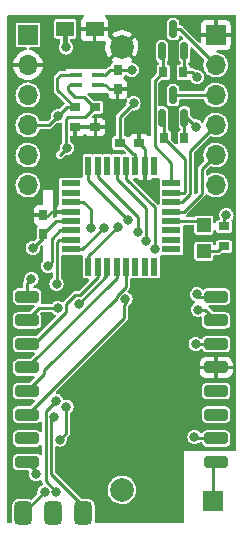
<source format=gbr>
%TF.GenerationSoftware,KiCad,Pcbnew,(6.0.5)*%
%TF.CreationDate,2022-05-21T08:56:41+02:00*%
%TF.ProjectId,LoraTrigger,4c6f7261-5472-4696-9767-65722e6b6963,rev?*%
%TF.SameCoordinates,Original*%
%TF.FileFunction,Copper,L1,Top*%
%TF.FilePolarity,Positive*%
%FSLAX46Y46*%
G04 Gerber Fmt 4.6, Leading zero omitted, Abs format (unit mm)*
G04 Created by KiCad (PCBNEW (6.0.5)) date 2022-05-21 08:56:41*
%MOMM*%
%LPD*%
G01*
G04 APERTURE LIST*
G04 Aperture macros list*
%AMRoundRect*
0 Rectangle with rounded corners*
0 $1 Rounding radius*
0 $2 $3 $4 $5 $6 $7 $8 $9 X,Y pos of 4 corners*
0 Add a 4 corners polygon primitive as box body*
4,1,4,$2,$3,$4,$5,$6,$7,$8,$9,$2,$3,0*
0 Add four circle primitives for the rounded corners*
1,1,$1+$1,$2,$3*
1,1,$1+$1,$4,$5*
1,1,$1+$1,$6,$7*
1,1,$1+$1,$8,$9*
0 Add four rect primitives between the rounded corners*
20,1,$1+$1,$2,$3,$4,$5,0*
20,1,$1+$1,$4,$5,$6,$7,0*
20,1,$1+$1,$6,$7,$8,$9,0*
20,1,$1+$1,$8,$9,$2,$3,0*%
G04 Aperture macros list end*
%TA.AperFunction,SMDPad,CuDef*%
%ADD10R,1.200000X1.200000*%
%TD*%
%TA.AperFunction,ComponentPad*%
%ADD11R,1.700000X1.700000*%
%TD*%
%TA.AperFunction,ConnectorPad*%
%ADD12RoundRect,0.375000X-0.375000X-0.625000X0.375000X-0.625000X0.375000X0.625000X-0.375000X0.625000X0*%
%TD*%
%TA.AperFunction,SMDPad,CuDef*%
%ADD13RoundRect,0.250000X-0.750000X-0.250000X0.750000X-0.250000X0.750000X0.250000X-0.750000X0.250000X0*%
%TD*%
%TA.AperFunction,ComponentPad*%
%ADD14C,2.000000*%
%TD*%
%TA.AperFunction,SMDPad,CuDef*%
%ADD15R,0.750000X0.900000*%
%TD*%
%TA.AperFunction,SMDPad,CuDef*%
%ADD16R,0.900000X0.750000*%
%TD*%
%TA.AperFunction,SMDPad,CuDef*%
%ADD17R,0.900000X0.700000*%
%TD*%
%TA.AperFunction,SMDPad,CuDef*%
%ADD18R,1.500000X1.250000*%
%TD*%
%TA.AperFunction,SMDPad,CuDef*%
%ADD19R,0.700000X0.900000*%
%TD*%
%TA.AperFunction,SMDPad,CuDef*%
%ADD20RoundRect,0.150000X0.150000X-0.587500X0.150000X0.587500X-0.150000X0.587500X-0.150000X-0.587500X0*%
%TD*%
%TA.AperFunction,SMDPad,CuDef*%
%ADD21R,0.550000X1.600000*%
%TD*%
%TA.AperFunction,SMDPad,CuDef*%
%ADD22R,1.600000X0.550000*%
%TD*%
%TA.AperFunction,ComponentPad*%
%ADD23O,1.700000X1.700000*%
%TD*%
%TA.AperFunction,SMDPad,CuDef*%
%ADD24R,1.100000X0.300000*%
%TD*%
%TA.AperFunction,ViaPad*%
%ADD25C,0.800000*%
%TD*%
%TA.AperFunction,Conductor*%
%ADD26C,0.250000*%
%TD*%
%TA.AperFunction,Conductor*%
%ADD27C,0.400000*%
%TD*%
G04 APERTURE END LIST*
D10*
X115400000Y-59350000D03*
X115400000Y-57150000D03*
D11*
X116205000Y-80518000D03*
D12*
X100110000Y-81552000D03*
X102650000Y-81552000D03*
X105190000Y-81552000D03*
D13*
X116426000Y-75200000D03*
X100426000Y-77200000D03*
X100426000Y-63200000D03*
X100426000Y-65200000D03*
X100426000Y-67200000D03*
X100426000Y-69200000D03*
X100426000Y-71200000D03*
X100426000Y-73200000D03*
X116426000Y-67200000D03*
X116426000Y-65200000D03*
X116426000Y-63200000D03*
X116426000Y-73200000D03*
X116426000Y-71200000D03*
X100426000Y-75200000D03*
X116426000Y-77200000D03*
X116426000Y-69200000D03*
D14*
X108450000Y-42050000D03*
X108450000Y-79550000D03*
D15*
X101800000Y-57900000D03*
X101800000Y-56300000D03*
X108100000Y-45641421D03*
X108100000Y-44041421D03*
D16*
X109900000Y-50200000D03*
X108300000Y-50200000D03*
D17*
X117100000Y-58950000D03*
X117100000Y-57250000D03*
X106200000Y-48850000D03*
X106200000Y-47150000D03*
X104500000Y-48850000D03*
X104500000Y-47150000D03*
D18*
X106150000Y-40525000D03*
X103650000Y-40525000D03*
D19*
X112050000Y-49800000D03*
X113750000Y-49800000D03*
D20*
X111850000Y-42437500D03*
X113750000Y-42437500D03*
X112800000Y-40562500D03*
D21*
X105600000Y-60650000D03*
X106400000Y-60650000D03*
X107200000Y-60650000D03*
X108000000Y-60650000D03*
X108800000Y-60650000D03*
X109600000Y-60650000D03*
X110400000Y-60650000D03*
X111200000Y-60650000D03*
D22*
X112650000Y-59200000D03*
X112650000Y-58400000D03*
X112650000Y-57600000D03*
X112650000Y-56800000D03*
X112650000Y-56000000D03*
X112650000Y-55200000D03*
X112650000Y-54400000D03*
X112650000Y-53600000D03*
D21*
X111200000Y-52150000D03*
X110400000Y-52150000D03*
X109600000Y-52150000D03*
X108800000Y-52150000D03*
X108000000Y-52150000D03*
X107200000Y-52150000D03*
X106400000Y-52150000D03*
X105600000Y-52150000D03*
D22*
X104150000Y-53600000D03*
X104150000Y-54400000D03*
X104150000Y-55200000D03*
X104150000Y-56000000D03*
X104150000Y-56800000D03*
X104150000Y-57600000D03*
X104150000Y-58400000D03*
X104150000Y-59200000D03*
D11*
X100500000Y-41050000D03*
D23*
X100500000Y-43590000D03*
X100500000Y-46130000D03*
X100500000Y-48670000D03*
X100500000Y-51210000D03*
X100500000Y-53750000D03*
D11*
X116400000Y-41050000D03*
D23*
X116400000Y-43590000D03*
X116400000Y-46130000D03*
X116400000Y-48670000D03*
X116400000Y-51210000D03*
X116400000Y-53750000D03*
D19*
X111950000Y-44200000D03*
X113650000Y-44200000D03*
D24*
X104600000Y-44441421D03*
X104600000Y-45241421D03*
X106400000Y-45241421D03*
X106400000Y-44441421D03*
D20*
X111850000Y-48037500D03*
X113750000Y-48037500D03*
X112800000Y-46162500D03*
D25*
X100900000Y-59100000D03*
X102900000Y-79700000D03*
X102900000Y-72000000D03*
X102724500Y-73398305D03*
X102200000Y-60600000D03*
X102924500Y-62119632D03*
X111250498Y-59200000D03*
X114800000Y-63000000D03*
X110525998Y-58457930D03*
X109800000Y-57700000D03*
X109000000Y-56700000D03*
X108750682Y-63421897D03*
X103024500Y-64167712D03*
X104800701Y-63800701D03*
X114700000Y-67200000D03*
X109437701Y-46837701D03*
X100800000Y-61700000D03*
X114700000Y-48800000D03*
X109300000Y-44000000D03*
X101175500Y-78229014D03*
X114600000Y-75100000D03*
X103700000Y-42100000D03*
X114800000Y-44600000D03*
X117300000Y-56300000D03*
X107500000Y-74700000D03*
X111900000Y-72500000D03*
X110200000Y-45700000D03*
X105400000Y-50500000D03*
X99900000Y-78900000D03*
X103055718Y-47899248D03*
X106900000Y-57400000D03*
X103800000Y-50600000D03*
X108100000Y-57300000D03*
X114900000Y-64300000D03*
X103754018Y-72519286D03*
X101902314Y-79760232D03*
X103174011Y-75300000D03*
X105800000Y-57400000D03*
D26*
X101800000Y-58200000D02*
X100900000Y-59100000D01*
X101800000Y-57900000D02*
X101800000Y-58200000D01*
X102900000Y-56800000D02*
X101800000Y-57900000D01*
X104150000Y-56800000D02*
X102900000Y-56800000D01*
X102000000Y-78700000D02*
X102000000Y-78800000D01*
X102449511Y-73673294D02*
X102724500Y-73398305D01*
X102449511Y-78224911D02*
X102449511Y-73673294D01*
X101901768Y-79760232D02*
X101902314Y-79760232D01*
X100110000Y-81552000D02*
X101901768Y-79760232D01*
X102000000Y-72900000D02*
X102000000Y-78700000D01*
X102900000Y-72000000D02*
X102000000Y-72900000D01*
X100426000Y-77200000D02*
X101175500Y-77949500D01*
X105190000Y-80965400D02*
X102449511Y-78224911D01*
X101175500Y-77949500D02*
X101175500Y-78229014D01*
X102000000Y-78800000D02*
X102900000Y-79700000D01*
X103754018Y-74719993D02*
X103174011Y-75300000D01*
X105190000Y-81552000D02*
X105190000Y-80965400D01*
X103754018Y-72519286D02*
X103754018Y-74719993D01*
X101016812Y-67200000D02*
X100426000Y-67200000D01*
X103749001Y-63827801D02*
X103749001Y-64467811D01*
X104500602Y-63076200D02*
X103749001Y-63827801D01*
X106400000Y-61565698D02*
X104889498Y-63076200D01*
X106400000Y-60650000D02*
X106400000Y-61565698D01*
X101458288Y-64167712D02*
X103024500Y-64167712D01*
X103749001Y-64467811D02*
X101016812Y-67200000D01*
X100426000Y-65200000D02*
X101458288Y-64167712D01*
X104889498Y-63076200D02*
X104500602Y-63076200D01*
X102949022Y-58550978D02*
X102949022Y-62095110D01*
X103100000Y-58400000D02*
X102949022Y-58550978D01*
X104150000Y-58400000D02*
X103100000Y-58400000D01*
X103225978Y-57600000D02*
X102499511Y-58326467D01*
X104150000Y-57600000D02*
X103225978Y-57600000D01*
X102949022Y-62095110D02*
X102924500Y-62119632D01*
X102499511Y-58326467D02*
X102499511Y-60300489D01*
X102499511Y-60300489D02*
X102200000Y-60600000D01*
X108800000Y-53200000D02*
X108800000Y-52150000D01*
X111250498Y-59200000D02*
X111250498Y-55650498D01*
X110525998Y-55725998D02*
X110525998Y-58457930D01*
X108000000Y-52150000D02*
X108000000Y-53200000D01*
X111250498Y-55650498D02*
X108800000Y-53200000D01*
X108000000Y-53200000D02*
X110525998Y-55725998D01*
X115000000Y-63200000D02*
X114800000Y-63000000D01*
X116426000Y-63200000D02*
X115000000Y-63200000D01*
X106400000Y-53074022D02*
X106400000Y-52150000D01*
X109800000Y-56474022D02*
X106400000Y-53074022D01*
X109800000Y-57700000D02*
X109800000Y-56474022D01*
X105600000Y-53300000D02*
X105600000Y-52150000D01*
X109000000Y-56700000D02*
X105600000Y-53300000D01*
X108640846Y-64985154D02*
X108640846Y-63909956D01*
X108640846Y-63909956D02*
X108790846Y-63759956D01*
X108790846Y-63759956D02*
X108790846Y-63462061D01*
X100426000Y-73200000D02*
X108640846Y-64985154D01*
X108790846Y-63462061D02*
X108750682Y-63421897D01*
X101900000Y-69726000D02*
X100426000Y-71200000D01*
X108026181Y-63319088D02*
X101900000Y-69445269D01*
X108800000Y-62347979D02*
X108026181Y-63121798D01*
X108026181Y-63121798D02*
X108026181Y-63319088D01*
X108800000Y-60650000D02*
X108800000Y-62347979D01*
X101900000Y-69445269D02*
X101900000Y-69726000D01*
X108000000Y-61626000D02*
X100426000Y-69200000D01*
X108000000Y-60650000D02*
X108000000Y-61626000D01*
X107200000Y-61401402D02*
X104800701Y-63800701D01*
X107200000Y-60650000D02*
X107200000Y-61401402D01*
X111200000Y-60650000D02*
X111200000Y-61200000D01*
X114700000Y-67200000D02*
X116426000Y-67200000D01*
X114700000Y-75200000D02*
X114600000Y-75100000D01*
X113650000Y-44200000D02*
X114400000Y-44200000D01*
X113750000Y-42437500D02*
X113750000Y-44100000D01*
X108300000Y-47975402D02*
X109437701Y-46837701D01*
X109600000Y-51100000D02*
X109600000Y-52150000D01*
X108100000Y-44041421D02*
X109258579Y-44041421D01*
X113750000Y-44100000D02*
X113650000Y-44200000D01*
X117100000Y-57250000D02*
X117100000Y-56500000D01*
X109258579Y-44041421D02*
X109300000Y-44000000D01*
X113937500Y-48037500D02*
X114700000Y-48800000D01*
X109399511Y-51100000D02*
X109600000Y-51100000D01*
X108100000Y-44041421D02*
X107458579Y-44041421D01*
X100426000Y-62074000D02*
X100800000Y-61700000D01*
X116426000Y-75200000D02*
X114700000Y-75200000D01*
X113750000Y-48037500D02*
X113937500Y-48037500D01*
X108499511Y-50200000D02*
X109399511Y-51100000D01*
X107058579Y-44441421D02*
X106200000Y-44441421D01*
X117100000Y-56500000D02*
X117300000Y-56300000D01*
X107458579Y-44041421D02*
X107058579Y-44441421D01*
X108300000Y-50200000D02*
X108300000Y-47975402D01*
X100426000Y-63200000D02*
X100426000Y-62074000D01*
X103650000Y-42050000D02*
X103700000Y-42100000D01*
X114400000Y-44200000D02*
X114800000Y-44600000D01*
D27*
X103650000Y-40525000D02*
X103650000Y-42050000D01*
D26*
X113750000Y-48037500D02*
X113750000Y-49800000D01*
X108300000Y-50200000D02*
X108499511Y-50200000D01*
X102500000Y-56000000D02*
X104150000Y-56000000D01*
X107441421Y-45641421D02*
X107041421Y-45241421D01*
X110400000Y-50700000D02*
X110400000Y-52150000D01*
X109900000Y-50200000D02*
X110400000Y-50700000D01*
X108100000Y-45641421D02*
X107441421Y-45641421D01*
X110300000Y-52050000D02*
X110400000Y-52150000D01*
X102100000Y-56400000D02*
X102500000Y-56000000D01*
X107041421Y-45241421D02*
X106200000Y-45241421D01*
X104200000Y-44441421D02*
X104800000Y-44441421D01*
X104150000Y-59200000D02*
X105100000Y-59200000D01*
X103055718Y-47899248D02*
X102284966Y-48670000D01*
X103000000Y-45700000D02*
X103000000Y-44700000D01*
X104500000Y-47150000D02*
X104450000Y-47150000D01*
X104500000Y-47150000D02*
X103804966Y-47150000D01*
X102284966Y-48670000D02*
X100500000Y-48670000D01*
X103000000Y-44700000D02*
X103258579Y-44441421D01*
X103258579Y-44441421D02*
X104600000Y-44441421D01*
X103804966Y-47150000D02*
X103055718Y-47899248D01*
X104450000Y-47150000D02*
X103000000Y-45700000D01*
X105100000Y-59200000D02*
X106900000Y-57400000D01*
X106200000Y-47150000D02*
X106100000Y-47150000D01*
X105250000Y-46300000D02*
X104500000Y-46300000D01*
X105350000Y-48000000D02*
X106200000Y-47150000D01*
X103900000Y-45400000D02*
X104058579Y-45241421D01*
X103700000Y-48900000D02*
X103725489Y-48874511D01*
X103800000Y-50600000D02*
X103700000Y-50500000D01*
X104058579Y-45241421D02*
X104800000Y-45241421D01*
X103900000Y-45700000D02*
X103900000Y-45400000D01*
X103725489Y-48175489D02*
X103900978Y-48000000D01*
X103800000Y-50600000D02*
X103190000Y-51210000D01*
X104500000Y-46300000D02*
X103900000Y-45700000D01*
X103725489Y-48874511D02*
X103725489Y-48175489D01*
X106100000Y-47150000D02*
X105250000Y-46300000D01*
X105600000Y-59800000D02*
X108100000Y-57300000D01*
X105600000Y-60650000D02*
X105600000Y-59800000D01*
X103700000Y-50500000D02*
X103700000Y-48900000D01*
X103900978Y-48000000D02*
X105350000Y-48000000D01*
X116600000Y-59350000D02*
X117000000Y-58950000D01*
X115200000Y-59350000D02*
X116600000Y-59350000D01*
X112650000Y-56800000D02*
X114850000Y-56800000D01*
X114850000Y-56800000D02*
X115200000Y-57150000D01*
X116426000Y-77200000D02*
X116205000Y-77421000D01*
X116205000Y-77421000D02*
X116205000Y-80518000D01*
X114900000Y-64300000D02*
X115526000Y-64300000D01*
X115526000Y-64300000D02*
X116426000Y-65200000D01*
X105800000Y-55800000D02*
X105800000Y-57400000D01*
X105200000Y-55200000D02*
X105800000Y-55800000D01*
X104150000Y-55200000D02*
X105200000Y-55200000D01*
X100110000Y-81552000D02*
X100110000Y-80790000D01*
X111950000Y-44200000D02*
X111950000Y-42537500D01*
X111225480Y-44924520D02*
X111950000Y-44200000D01*
X112650000Y-53600000D02*
X112650000Y-51849022D01*
X112650000Y-51849022D02*
X111225480Y-50424502D01*
X111950000Y-42537500D02*
X111850000Y-42437500D01*
X111225480Y-50424502D02*
X111225480Y-44924520D01*
X112050000Y-49800000D02*
X112050000Y-48237500D01*
X113700000Y-54400000D02*
X113774511Y-54325489D01*
X113774511Y-54325489D02*
X113774511Y-51524511D01*
X112050000Y-48237500D02*
X111850000Y-48037500D01*
X112650000Y-54400000D02*
X113700000Y-54400000D01*
X113774511Y-51524511D02*
X112050000Y-49800000D01*
X112650000Y-55200000D02*
X113574022Y-55200000D01*
X113574022Y-55200000D02*
X114224022Y-54550000D01*
X114224022Y-54550000D02*
X114224022Y-50845978D01*
X114224022Y-50845978D02*
X116400000Y-48670000D01*
X115225489Y-52384511D02*
X116400000Y-51210000D01*
X112650000Y-56000000D02*
X113700000Y-56000000D01*
X113700000Y-56000000D02*
X115225489Y-54474511D01*
X115225489Y-54474511D02*
X115225489Y-52384511D01*
X113372500Y-40562500D02*
X116400000Y-43590000D01*
X112800000Y-40562500D02*
X113372500Y-40562500D01*
X112800000Y-46162500D02*
X112832500Y-46130000D01*
X112832500Y-46130000D02*
X116400000Y-46130000D01*
%TA.AperFunction,Conductor*%
G36*
X105207399Y-39336502D02*
G01*
X105253892Y-39390158D01*
X105263996Y-39460432D01*
X105234502Y-39525012D01*
X105196481Y-39554767D01*
X105170788Y-39567859D01*
X105154944Y-39579370D01*
X105079370Y-39654944D01*
X105067859Y-39670787D01*
X105019336Y-39766018D01*
X105013284Y-39784645D01*
X105000775Y-39863627D01*
X105000000Y-39873473D01*
X105000000Y-40356885D01*
X105004475Y-40372124D01*
X105005865Y-40373329D01*
X105013548Y-40375000D01*
X107281884Y-40375000D01*
X107297123Y-40370525D01*
X107298328Y-40369135D01*
X107299999Y-40361452D01*
X107299999Y-39873475D01*
X107299224Y-39863626D01*
X107286717Y-39784649D01*
X107280662Y-39766014D01*
X107232141Y-39670787D01*
X107220630Y-39654944D01*
X107145056Y-39579370D01*
X107129212Y-39567859D01*
X107103519Y-39554767D01*
X107051904Y-39506018D01*
X107034838Y-39437103D01*
X107057739Y-39369902D01*
X107113337Y-39325750D01*
X107160722Y-39316500D01*
X118023500Y-39316500D01*
X118091621Y-39336502D01*
X118138114Y-39390158D01*
X118149500Y-39442500D01*
X118149500Y-56229593D01*
X118129498Y-56297714D01*
X118124808Y-56301778D01*
X118147995Y-56350992D01*
X118149500Y-56370407D01*
X118149500Y-76174000D01*
X118129498Y-76242121D01*
X118075842Y-76288614D01*
X118023500Y-76300000D01*
X113700000Y-76300000D01*
X113700000Y-82273500D01*
X113679998Y-82341621D01*
X113626342Y-82388114D01*
X113574000Y-82399500D01*
X106259849Y-82399500D01*
X106191728Y-82379498D01*
X106145235Y-82325842D01*
X106134927Y-82257055D01*
X106139962Y-82218810D01*
X106139962Y-82218803D01*
X106140500Y-82214720D01*
X106140500Y-80889280D01*
X106125687Y-80776764D01*
X106067698Y-80636767D01*
X105975451Y-80516549D01*
X105855233Y-80424302D01*
X105715236Y-80366313D01*
X105602720Y-80351500D01*
X105088616Y-80351500D01*
X105020495Y-80331498D01*
X104999521Y-80314595D01*
X104203366Y-79518440D01*
X107244770Y-79518440D01*
X107259200Y-79738604D01*
X107260621Y-79744200D01*
X107260622Y-79744205D01*
X107298651Y-79893942D01*
X107313511Y-79952452D01*
X107315928Y-79957694D01*
X107315928Y-79957695D01*
X107354046Y-80040379D01*
X107405883Y-80152821D01*
X107533222Y-80333002D01*
X107691264Y-80486961D01*
X107696060Y-80490166D01*
X107696063Y-80490168D01*
X107809881Y-80566218D01*
X107874717Y-80609540D01*
X107880020Y-80611818D01*
X107880023Y-80611820D01*
X108072129Y-80694355D01*
X108077436Y-80696635D01*
X108157088Y-80714658D01*
X108286995Y-80744054D01*
X108287001Y-80744055D01*
X108292632Y-80745329D01*
X108298403Y-80745556D01*
X108298405Y-80745556D01*
X108366211Y-80748220D01*
X108513098Y-80753991D01*
X108622275Y-80738161D01*
X108725738Y-80723160D01*
X108725743Y-80723159D01*
X108731452Y-80722331D01*
X108736916Y-80720476D01*
X108736921Y-80720475D01*
X108934907Y-80653268D01*
X108934912Y-80653266D01*
X108940379Y-80651410D01*
X109132884Y-80543602D01*
X109165412Y-80516549D01*
X109298086Y-80406204D01*
X109302518Y-80402518D01*
X109344502Y-80352038D01*
X109439908Y-80237326D01*
X109439910Y-80237323D01*
X109443602Y-80232884D01*
X109551410Y-80040379D01*
X109553266Y-80034912D01*
X109553268Y-80034907D01*
X109620475Y-79836921D01*
X109620476Y-79836916D01*
X109622331Y-79831452D01*
X109623159Y-79825743D01*
X109623160Y-79825738D01*
X109653458Y-79616772D01*
X109653991Y-79613098D01*
X109655643Y-79550000D01*
X109635454Y-79330289D01*
X109575565Y-79117936D01*
X109477980Y-78920053D01*
X109398830Y-78814058D01*
X109349420Y-78747891D01*
X109349420Y-78747890D01*
X109345967Y-78743267D01*
X109183949Y-78593499D01*
X108997350Y-78475764D01*
X108792421Y-78394006D01*
X108786761Y-78392880D01*
X108786757Y-78392879D01*
X108581691Y-78352089D01*
X108581688Y-78352089D01*
X108576024Y-78350962D01*
X108570249Y-78350886D01*
X108570245Y-78350886D01*
X108459504Y-78349437D01*
X108355406Y-78348074D01*
X108349709Y-78349053D01*
X108349708Y-78349053D01*
X108143654Y-78384459D01*
X108143653Y-78384459D01*
X108137957Y-78385438D01*
X107930957Y-78461804D01*
X107741341Y-78574614D01*
X107575457Y-78720090D01*
X107438863Y-78893360D01*
X107336131Y-79088620D01*
X107270703Y-79299333D01*
X107244770Y-79518440D01*
X104203366Y-79518440D01*
X102811916Y-78126990D01*
X102777890Y-78064678D01*
X102775011Y-78037895D01*
X102775011Y-75973278D01*
X102795013Y-75905157D01*
X102848669Y-75858664D01*
X102918943Y-75848560D01*
X102949228Y-75856869D01*
X103017249Y-75885044D01*
X103174011Y-75905682D01*
X103182199Y-75904604D01*
X103215492Y-75900221D01*
X103330773Y-75885044D01*
X103476852Y-75824536D01*
X103602293Y-75728282D01*
X103698547Y-75602841D01*
X103759055Y-75456762D01*
X103779693Y-75300000D01*
X103770893Y-75233157D01*
X103781832Y-75163010D01*
X103806720Y-75127617D01*
X103834337Y-75100000D01*
X113994318Y-75100000D01*
X114014956Y-75256762D01*
X114075464Y-75402841D01*
X114080491Y-75409392D01*
X114155221Y-75506782D01*
X114171718Y-75528282D01*
X114297159Y-75624536D01*
X114443238Y-75685044D01*
X114600000Y-75705682D01*
X114608188Y-75704604D01*
X114748574Y-75686122D01*
X114756762Y-75685044D01*
X114902841Y-75624536D01*
X114909394Y-75619508D01*
X114909397Y-75619506D01*
X114997975Y-75551538D01*
X115064195Y-75525937D01*
X115074679Y-75525500D01*
X115135719Y-75525500D01*
X115203840Y-75545502D01*
X115250333Y-75599158D01*
X115254601Y-75609748D01*
X115273366Y-75663184D01*
X115278958Y-75670754D01*
X115278959Y-75670757D01*
X115316613Y-75721736D01*
X115353850Y-75772150D01*
X115361421Y-75777742D01*
X115455243Y-75847041D01*
X115455246Y-75847042D01*
X115462816Y-75852634D01*
X115590631Y-75897519D01*
X115598277Y-75898242D01*
X115598278Y-75898242D01*
X115604248Y-75898806D01*
X115622166Y-75900500D01*
X117229834Y-75900500D01*
X117247752Y-75898806D01*
X117253722Y-75898242D01*
X117253723Y-75898242D01*
X117261369Y-75897519D01*
X117389184Y-75852634D01*
X117396754Y-75847042D01*
X117396757Y-75847041D01*
X117490579Y-75777742D01*
X117498150Y-75772150D01*
X117535387Y-75721736D01*
X117573041Y-75670757D01*
X117573042Y-75670754D01*
X117578634Y-75663184D01*
X117623519Y-75535369D01*
X117626500Y-75503834D01*
X117626500Y-74896166D01*
X117623519Y-74864631D01*
X117578634Y-74736816D01*
X117573042Y-74729246D01*
X117573041Y-74729243D01*
X117503742Y-74635421D01*
X117498150Y-74627850D01*
X117461931Y-74601098D01*
X117396757Y-74552959D01*
X117396754Y-74552958D01*
X117389184Y-74547366D01*
X117261369Y-74502481D01*
X117253723Y-74501758D01*
X117253722Y-74501758D01*
X117247752Y-74501194D01*
X117229834Y-74499500D01*
X115622166Y-74499500D01*
X115604248Y-74501194D01*
X115598278Y-74501758D01*
X115598277Y-74501758D01*
X115590631Y-74502481D01*
X115462816Y-74547366D01*
X115455246Y-74552958D01*
X115455243Y-74552959D01*
X115390069Y-74601098D01*
X115353850Y-74627850D01*
X115348258Y-74635421D01*
X115348255Y-74635424D01*
X115277092Y-74731771D01*
X115220531Y-74774682D01*
X115149749Y-74780202D01*
X115087220Y-74746578D01*
X115075778Y-74733616D01*
X115033305Y-74678264D01*
X115028282Y-74671718D01*
X114902841Y-74575464D01*
X114756762Y-74514956D01*
X114600000Y-74494318D01*
X114443238Y-74514956D01*
X114297159Y-74575464D01*
X114171718Y-74671718D01*
X114075464Y-74797159D01*
X114014956Y-74943238D01*
X113994318Y-75100000D01*
X103834337Y-75100000D01*
X103970233Y-74964104D01*
X103978337Y-74956677D01*
X103998767Y-74939534D01*
X104007212Y-74932448D01*
X104012725Y-74922899D01*
X104026057Y-74899808D01*
X104031963Y-74890537D01*
X104053572Y-74859677D01*
X104056426Y-74849027D01*
X104057903Y-74845859D01*
X104059095Y-74842583D01*
X104064606Y-74833038D01*
X104071148Y-74795935D01*
X104073527Y-74785203D01*
X104076137Y-74775464D01*
X104083282Y-74748800D01*
X104081793Y-74731771D01*
X104079997Y-74711250D01*
X104079518Y-74700269D01*
X104079518Y-73503834D01*
X115225500Y-73503834D01*
X115228481Y-73535369D01*
X115273366Y-73663184D01*
X115278958Y-73670754D01*
X115278959Y-73670757D01*
X115301405Y-73701146D01*
X115353850Y-73772150D01*
X115361421Y-73777742D01*
X115455243Y-73847041D01*
X115455246Y-73847042D01*
X115462816Y-73852634D01*
X115590631Y-73897519D01*
X115598277Y-73898242D01*
X115598278Y-73898242D01*
X115604248Y-73898806D01*
X115622166Y-73900500D01*
X117229834Y-73900500D01*
X117247752Y-73898806D01*
X117253722Y-73898242D01*
X117253723Y-73898242D01*
X117261369Y-73897519D01*
X117389184Y-73852634D01*
X117396754Y-73847042D01*
X117396757Y-73847041D01*
X117490579Y-73777742D01*
X117498150Y-73772150D01*
X117550595Y-73701146D01*
X117573041Y-73670757D01*
X117573042Y-73670754D01*
X117578634Y-73663184D01*
X117623519Y-73535369D01*
X117626500Y-73503834D01*
X117626500Y-72896166D01*
X117623519Y-72864631D01*
X117578634Y-72736816D01*
X117573042Y-72729246D01*
X117573041Y-72729243D01*
X117503742Y-72635421D01*
X117498150Y-72627850D01*
X117440196Y-72585044D01*
X117396757Y-72552959D01*
X117396754Y-72552958D01*
X117389184Y-72547366D01*
X117261369Y-72502481D01*
X117253723Y-72501758D01*
X117253722Y-72501758D01*
X117247752Y-72501194D01*
X117229834Y-72499500D01*
X115622166Y-72499500D01*
X115604248Y-72501194D01*
X115598278Y-72501758D01*
X115598277Y-72501758D01*
X115590631Y-72502481D01*
X115462816Y-72547366D01*
X115455246Y-72552958D01*
X115455243Y-72552959D01*
X115411804Y-72585044D01*
X115353850Y-72627850D01*
X115348258Y-72635421D01*
X115278959Y-72729243D01*
X115278958Y-72729246D01*
X115273366Y-72736816D01*
X115228481Y-72864631D01*
X115225500Y-72896166D01*
X115225500Y-73503834D01*
X104079518Y-73503834D01*
X104079518Y-73088572D01*
X104099520Y-73020451D01*
X104128814Y-72988609D01*
X104175754Y-72952591D01*
X104182300Y-72947568D01*
X104278554Y-72822127D01*
X104339062Y-72676048D01*
X104359700Y-72519286D01*
X104339062Y-72362524D01*
X104278554Y-72216445D01*
X104182300Y-72091004D01*
X104056859Y-71994750D01*
X103910780Y-71934242D01*
X103754018Y-71913604D01*
X103620896Y-71931130D01*
X103550749Y-71920191D01*
X103497650Y-71873063D01*
X103485207Y-71844477D01*
X103485044Y-71843238D01*
X103424536Y-71697159D01*
X103328282Y-71571718D01*
X103239814Y-71503834D01*
X115225500Y-71503834D01*
X115228481Y-71535369D01*
X115273366Y-71663184D01*
X115278958Y-71670754D01*
X115278959Y-71670757D01*
X115298460Y-71697159D01*
X115353850Y-71772150D01*
X115361421Y-71777742D01*
X115455243Y-71847041D01*
X115455246Y-71847042D01*
X115462816Y-71852634D01*
X115590631Y-71897519D01*
X115598277Y-71898242D01*
X115598278Y-71898242D01*
X115604248Y-71898806D01*
X115622166Y-71900500D01*
X117229834Y-71900500D01*
X117247752Y-71898806D01*
X117253722Y-71898242D01*
X117253723Y-71898242D01*
X117261369Y-71897519D01*
X117389184Y-71852634D01*
X117396754Y-71847042D01*
X117396757Y-71847041D01*
X117490579Y-71777742D01*
X117498150Y-71772150D01*
X117553540Y-71697159D01*
X117573041Y-71670757D01*
X117573042Y-71670754D01*
X117578634Y-71663184D01*
X117623519Y-71535369D01*
X117626500Y-71503834D01*
X117626500Y-70896166D01*
X117623519Y-70864631D01*
X117578634Y-70736816D01*
X117573042Y-70729246D01*
X117573041Y-70729243D01*
X117503742Y-70635421D01*
X117498150Y-70627850D01*
X117475330Y-70610995D01*
X117396757Y-70552959D01*
X117396754Y-70552958D01*
X117389184Y-70547366D01*
X117261369Y-70502481D01*
X117253723Y-70501758D01*
X117253722Y-70501758D01*
X117247752Y-70501194D01*
X117229834Y-70499500D01*
X115622166Y-70499500D01*
X115604248Y-70501194D01*
X115598278Y-70501758D01*
X115598277Y-70501758D01*
X115590631Y-70502481D01*
X115462816Y-70547366D01*
X115455246Y-70552958D01*
X115455243Y-70552959D01*
X115376670Y-70610995D01*
X115353850Y-70627850D01*
X115348258Y-70635421D01*
X115278959Y-70729243D01*
X115278958Y-70729246D01*
X115273366Y-70736816D01*
X115228481Y-70864631D01*
X115225500Y-70896166D01*
X115225500Y-71503834D01*
X103239814Y-71503834D01*
X103202841Y-71475464D01*
X103056762Y-71414956D01*
X102969520Y-71403470D01*
X102904594Y-71374749D01*
X102865502Y-71315484D01*
X102864657Y-71244493D01*
X102896872Y-71189454D01*
X104573153Y-69513173D01*
X115026000Y-69513173D01*
X115026193Y-69518099D01*
X115028396Y-69546081D01*
X115030695Y-69558668D01*
X115072506Y-69702585D01*
X115078755Y-69717024D01*
X115154279Y-69844729D01*
X115163926Y-69857165D01*
X115268835Y-69962074D01*
X115281271Y-69971721D01*
X115408976Y-70047245D01*
X115423415Y-70053494D01*
X115567332Y-70095305D01*
X115579919Y-70097604D01*
X115607901Y-70099807D01*
X115612827Y-70100000D01*
X116257885Y-70100000D01*
X116273124Y-70095525D01*
X116274329Y-70094135D01*
X116276000Y-70086452D01*
X116276000Y-70081885D01*
X116576000Y-70081885D01*
X116580475Y-70097124D01*
X116581865Y-70098329D01*
X116589548Y-70100000D01*
X117239173Y-70100000D01*
X117244099Y-70099807D01*
X117272081Y-70097604D01*
X117284668Y-70095305D01*
X117428585Y-70053494D01*
X117443024Y-70047245D01*
X117570729Y-69971721D01*
X117583165Y-69962074D01*
X117688074Y-69857165D01*
X117697721Y-69844729D01*
X117773245Y-69717024D01*
X117779494Y-69702585D01*
X117821305Y-69558668D01*
X117823604Y-69546081D01*
X117825807Y-69518099D01*
X117826000Y-69513173D01*
X117826000Y-69368115D01*
X117821525Y-69352876D01*
X117820135Y-69351671D01*
X117812452Y-69350000D01*
X116594115Y-69350000D01*
X116578876Y-69354475D01*
X116577671Y-69355865D01*
X116576000Y-69363548D01*
X116576000Y-70081885D01*
X116276000Y-70081885D01*
X116276000Y-69368115D01*
X116271525Y-69352876D01*
X116270135Y-69351671D01*
X116262452Y-69350000D01*
X115044115Y-69350000D01*
X115028876Y-69354475D01*
X115027671Y-69355865D01*
X115026000Y-69363548D01*
X115026000Y-69513173D01*
X104573153Y-69513173D01*
X105054441Y-69031885D01*
X115026000Y-69031885D01*
X115030475Y-69047124D01*
X115031865Y-69048329D01*
X115039548Y-69050000D01*
X116257885Y-69050000D01*
X116273124Y-69045525D01*
X116274329Y-69044135D01*
X116276000Y-69036452D01*
X116276000Y-69031885D01*
X116576000Y-69031885D01*
X116580475Y-69047124D01*
X116581865Y-69048329D01*
X116589548Y-69050000D01*
X117807885Y-69050000D01*
X117823124Y-69045525D01*
X117824329Y-69044135D01*
X117826000Y-69036452D01*
X117826000Y-68886828D01*
X117825807Y-68881901D01*
X117823604Y-68853919D01*
X117821305Y-68841332D01*
X117779494Y-68697415D01*
X117773245Y-68682976D01*
X117697721Y-68555271D01*
X117688074Y-68542835D01*
X117583165Y-68437926D01*
X117570729Y-68428279D01*
X117443024Y-68352755D01*
X117428585Y-68346506D01*
X117284668Y-68304695D01*
X117272081Y-68302396D01*
X117244099Y-68300193D01*
X117239172Y-68300000D01*
X116594115Y-68300000D01*
X116578876Y-68304475D01*
X116577671Y-68305865D01*
X116576000Y-68313548D01*
X116576000Y-69031885D01*
X116276000Y-69031885D01*
X116276000Y-68318115D01*
X116271525Y-68302876D01*
X116270135Y-68301671D01*
X116262452Y-68300000D01*
X115612828Y-68300000D01*
X115607901Y-68300193D01*
X115579919Y-68302396D01*
X115567332Y-68304695D01*
X115423415Y-68346506D01*
X115408976Y-68352755D01*
X115281271Y-68428279D01*
X115268835Y-68437926D01*
X115163926Y-68542835D01*
X115154279Y-68555271D01*
X115078755Y-68682976D01*
X115072506Y-68697415D01*
X115030695Y-68841332D01*
X115028396Y-68853919D01*
X115026193Y-68881901D01*
X115026000Y-68886828D01*
X115026000Y-69031885D01*
X105054441Y-69031885D01*
X106886326Y-67200000D01*
X114094318Y-67200000D01*
X114114956Y-67356762D01*
X114175464Y-67502841D01*
X114271718Y-67628282D01*
X114397159Y-67724536D01*
X114543238Y-67785044D01*
X114700000Y-67805682D01*
X114708188Y-67804604D01*
X114848574Y-67786122D01*
X114856762Y-67785044D01*
X115002841Y-67724536D01*
X115009394Y-67719508D01*
X115009397Y-67719506D01*
X115102618Y-67647975D01*
X115168838Y-67622374D01*
X115238387Y-67636639D01*
X115280673Y-67673077D01*
X115318682Y-67724536D01*
X115353850Y-67772150D01*
X115361421Y-67777742D01*
X115455243Y-67847041D01*
X115455246Y-67847042D01*
X115462816Y-67852634D01*
X115590631Y-67897519D01*
X115598277Y-67898242D01*
X115598278Y-67898242D01*
X115604248Y-67898806D01*
X115622166Y-67900500D01*
X117229834Y-67900500D01*
X117247752Y-67898806D01*
X117253722Y-67898242D01*
X117253723Y-67898242D01*
X117261369Y-67897519D01*
X117389184Y-67852634D01*
X117396754Y-67847042D01*
X117396757Y-67847041D01*
X117490579Y-67777742D01*
X117498150Y-67772150D01*
X117510665Y-67755206D01*
X117573041Y-67670757D01*
X117573042Y-67670754D01*
X117578634Y-67663184D01*
X117623519Y-67535369D01*
X117626500Y-67503834D01*
X117626500Y-66896166D01*
X117623519Y-66864631D01*
X117578634Y-66736816D01*
X117573042Y-66729246D01*
X117573041Y-66729243D01*
X117503742Y-66635421D01*
X117498150Y-66627850D01*
X117452752Y-66594318D01*
X117396757Y-66552959D01*
X117396754Y-66552958D01*
X117389184Y-66547366D01*
X117261369Y-66502481D01*
X117253723Y-66501758D01*
X117253722Y-66501758D01*
X117247752Y-66501194D01*
X117229834Y-66499500D01*
X115622166Y-66499500D01*
X115604248Y-66501194D01*
X115598278Y-66501758D01*
X115598277Y-66501758D01*
X115590631Y-66502481D01*
X115462816Y-66547366D01*
X115455246Y-66552958D01*
X115455243Y-66552959D01*
X115399248Y-66594318D01*
X115353850Y-66627850D01*
X115348258Y-66635421D01*
X115280673Y-66726923D01*
X115224112Y-66769833D01*
X115153330Y-66775353D01*
X115102618Y-66752025D01*
X115009397Y-66680494D01*
X115009392Y-66680491D01*
X115002841Y-66675464D01*
X114856762Y-66614956D01*
X114700000Y-66594318D01*
X114543238Y-66614956D01*
X114397159Y-66675464D01*
X114271718Y-66771718D01*
X114175464Y-66897159D01*
X114114956Y-67043238D01*
X114094318Y-67200000D01*
X106886326Y-67200000D01*
X108857061Y-65229265D01*
X108865165Y-65221838D01*
X108885595Y-65204695D01*
X108894040Y-65197609D01*
X108899553Y-65188060D01*
X108912885Y-65164969D01*
X108918791Y-65155698D01*
X108934076Y-65133869D01*
X108940400Y-65124838D01*
X108943254Y-65114188D01*
X108944731Y-65111020D01*
X108945923Y-65107744D01*
X108951434Y-65098199D01*
X108957976Y-65061096D01*
X108960355Y-65050364D01*
X108970110Y-65013961D01*
X108969145Y-65002921D01*
X108966825Y-64976411D01*
X108966346Y-64965430D01*
X108966346Y-64096972D01*
X108986348Y-64028851D01*
X109003251Y-64007877D01*
X109007061Y-64004067D01*
X109015165Y-63996640D01*
X109032056Y-63982467D01*
X109044040Y-63972411D01*
X109050894Y-63960540D01*
X109083308Y-63923578D01*
X109095116Y-63914518D01*
X109178964Y-63850179D01*
X109187966Y-63838448D01*
X109237316Y-63774133D01*
X109275218Y-63724738D01*
X109330563Y-63591124D01*
X109332566Y-63586288D01*
X109335726Y-63578659D01*
X109356364Y-63421897D01*
X109335726Y-63265135D01*
X109275218Y-63119056D01*
X109183863Y-63000000D01*
X114194318Y-63000000D01*
X114214956Y-63156762D01*
X114275464Y-63302841D01*
X114371718Y-63428282D01*
X114497159Y-63524536D01*
X114573650Y-63556220D01*
X114628930Y-63600767D01*
X114651351Y-63668130D01*
X114633793Y-63736922D01*
X114596137Y-63774133D01*
X114597159Y-63775464D01*
X114471718Y-63871718D01*
X114375464Y-63997159D01*
X114314956Y-64143238D01*
X114294318Y-64300000D01*
X114314956Y-64456762D01*
X114375464Y-64602841D01*
X114471718Y-64728282D01*
X114597159Y-64824536D01*
X114676461Y-64857384D01*
X114733992Y-64881214D01*
X114743238Y-64885044D01*
X114900000Y-64905682D01*
X114908188Y-64904604D01*
X115048569Y-64886123D01*
X115048572Y-64886122D01*
X115056762Y-64885044D01*
X115064397Y-64881882D01*
X115066888Y-64881214D01*
X115137865Y-64882904D01*
X115196661Y-64922698D01*
X115224609Y-64987962D01*
X115225500Y-65002921D01*
X115225500Y-65503834D01*
X115228481Y-65535369D01*
X115273366Y-65663184D01*
X115278958Y-65670754D01*
X115278959Y-65670757D01*
X115341335Y-65755206D01*
X115353850Y-65772150D01*
X115361421Y-65777742D01*
X115455243Y-65847041D01*
X115455246Y-65847042D01*
X115462816Y-65852634D01*
X115590631Y-65897519D01*
X115598277Y-65898242D01*
X115598278Y-65898242D01*
X115604248Y-65898806D01*
X115622166Y-65900500D01*
X117229834Y-65900500D01*
X117247752Y-65898806D01*
X117253722Y-65898242D01*
X117253723Y-65898242D01*
X117261369Y-65897519D01*
X117389184Y-65852634D01*
X117396754Y-65847042D01*
X117396757Y-65847041D01*
X117490579Y-65777742D01*
X117498150Y-65772150D01*
X117510665Y-65755206D01*
X117573041Y-65670757D01*
X117573042Y-65670754D01*
X117578634Y-65663184D01*
X117623519Y-65535369D01*
X117626500Y-65503834D01*
X117626500Y-64896166D01*
X117623519Y-64864631D01*
X117578634Y-64736816D01*
X117573042Y-64729246D01*
X117573041Y-64729243D01*
X117503742Y-64635421D01*
X117498150Y-64627850D01*
X117419831Y-64570002D01*
X117396757Y-64552959D01*
X117396754Y-64552958D01*
X117389184Y-64547366D01*
X117261369Y-64502481D01*
X117253723Y-64501758D01*
X117253722Y-64501758D01*
X117247752Y-64501194D01*
X117229834Y-64499500D01*
X116238017Y-64499500D01*
X116169896Y-64479498D01*
X116148921Y-64462595D01*
X115801922Y-64115595D01*
X115767897Y-64053283D01*
X115772962Y-63982467D01*
X115815509Y-63925632D01*
X115882029Y-63900821D01*
X115891018Y-63900500D01*
X117229834Y-63900500D01*
X117247752Y-63898806D01*
X117253722Y-63898242D01*
X117253723Y-63898242D01*
X117261369Y-63897519D01*
X117389184Y-63852634D01*
X117396754Y-63847042D01*
X117396757Y-63847041D01*
X117490579Y-63777742D01*
X117498150Y-63772150D01*
X117517483Y-63745976D01*
X117573041Y-63670757D01*
X117573042Y-63670754D01*
X117578634Y-63663184D01*
X117623519Y-63535369D01*
X117626500Y-63503834D01*
X117626500Y-62896166D01*
X117623519Y-62864631D01*
X117578634Y-62736816D01*
X117573042Y-62729246D01*
X117573041Y-62729243D01*
X117503742Y-62635421D01*
X117498150Y-62627850D01*
X117463687Y-62602395D01*
X117396757Y-62552959D01*
X117396754Y-62552958D01*
X117389184Y-62547366D01*
X117261369Y-62502481D01*
X117253723Y-62501758D01*
X117253722Y-62501758D01*
X117247752Y-62501194D01*
X117229834Y-62499500D01*
X115622166Y-62499500D01*
X115604248Y-62501194D01*
X115598278Y-62501758D01*
X115598277Y-62501758D01*
X115590631Y-62502481D01*
X115462816Y-62547366D01*
X115455246Y-62552957D01*
X115455239Y-62552961D01*
X115400288Y-62593549D01*
X115333610Y-62617932D01*
X115264334Y-62602395D01*
X115236334Y-62581293D01*
X115233305Y-62578264D01*
X115228282Y-62571718D01*
X115102841Y-62475464D01*
X114956762Y-62414956D01*
X114943242Y-62413176D01*
X114808188Y-62395396D01*
X114800000Y-62394318D01*
X114791812Y-62395396D01*
X114656759Y-62413176D01*
X114643238Y-62414956D01*
X114497159Y-62475464D01*
X114371718Y-62571718D01*
X114366695Y-62578264D01*
X114348179Y-62602395D01*
X114275464Y-62697159D01*
X114214956Y-62843238D01*
X114194318Y-63000000D01*
X109183863Y-63000000D01*
X109178964Y-62993615D01*
X109053523Y-62897361D01*
X108985501Y-62869185D01*
X108930221Y-62824638D01*
X108907800Y-62757275D01*
X108925358Y-62688483D01*
X108944625Y-62663682D01*
X109016228Y-62592079D01*
X109024332Y-62584652D01*
X109044750Y-62567519D01*
X109053194Y-62560434D01*
X109058704Y-62550891D01*
X109058707Y-62550887D01*
X109072036Y-62527800D01*
X109077941Y-62518530D01*
X109093232Y-62496692D01*
X109099554Y-62487663D01*
X109102407Y-62477015D01*
X109103886Y-62473844D01*
X109105078Y-62470568D01*
X109110588Y-62461024D01*
X109117134Y-62423903D01*
X109119508Y-62413196D01*
X109129263Y-62376786D01*
X109125979Y-62339248D01*
X109125500Y-62328267D01*
X109125500Y-61768277D01*
X109145502Y-61700156D01*
X109199158Y-61653663D01*
X109276079Y-61644698D01*
X109299179Y-61649293D01*
X109299189Y-61649294D01*
X109305252Y-61650500D01*
X109894748Y-61650500D01*
X109953231Y-61638867D01*
X109957112Y-61636274D01*
X110022370Y-61629257D01*
X110040239Y-61634504D01*
X110046769Y-61638867D01*
X110105252Y-61650500D01*
X110694748Y-61650500D01*
X110753231Y-61638867D01*
X110757112Y-61636274D01*
X110822370Y-61629257D01*
X110840239Y-61634504D01*
X110846769Y-61638867D01*
X110905252Y-61650500D01*
X111494748Y-61650500D01*
X111523917Y-61644698D01*
X111541061Y-61641288D01*
X111541062Y-61641288D01*
X111553231Y-61638867D01*
X111619552Y-61594552D01*
X111648368Y-61551426D01*
X111656974Y-61538547D01*
X111663867Y-61528231D01*
X111675500Y-61469748D01*
X111675500Y-59969748D01*
X114599500Y-59969748D01*
X114611133Y-60028231D01*
X114655448Y-60094552D01*
X114721769Y-60138867D01*
X114733938Y-60141288D01*
X114733939Y-60141288D01*
X114774184Y-60149293D01*
X114780252Y-60150500D01*
X116019748Y-60150500D01*
X116025816Y-60149293D01*
X116066061Y-60141288D01*
X116066062Y-60141288D01*
X116078231Y-60138867D01*
X116144552Y-60094552D01*
X116188867Y-60028231D01*
X116200500Y-59969748D01*
X116200500Y-59801500D01*
X116220502Y-59733379D01*
X116274158Y-59686886D01*
X116326500Y-59675500D01*
X116580290Y-59675500D01*
X116591272Y-59675980D01*
X116617820Y-59678303D01*
X116617822Y-59678303D01*
X116628807Y-59679264D01*
X116665215Y-59669508D01*
X116675942Y-59667130D01*
X116680717Y-59666288D01*
X116713045Y-59660588D01*
X116722590Y-59655077D01*
X116725866Y-59653885D01*
X116729034Y-59652408D01*
X116739684Y-59649554D01*
X116770544Y-59627945D01*
X116779815Y-59622039D01*
X116802906Y-59608707D01*
X116812455Y-59603194D01*
X116836685Y-59574318D01*
X116844111Y-59566215D01*
X116872921Y-59537405D01*
X116935233Y-59503379D01*
X116962016Y-59500500D01*
X117569748Y-59500500D01*
X117575816Y-59499293D01*
X117616061Y-59491288D01*
X117616062Y-59491288D01*
X117628231Y-59488867D01*
X117694552Y-59444552D01*
X117738867Y-59378231D01*
X117743138Y-59356762D01*
X117749293Y-59325816D01*
X117750500Y-59319748D01*
X117750500Y-58580252D01*
X117746697Y-58561133D01*
X117741288Y-58533939D01*
X117741288Y-58533938D01*
X117738867Y-58521769D01*
X117694552Y-58455448D01*
X117628231Y-58411133D01*
X117616062Y-58408712D01*
X117616061Y-58408712D01*
X117575816Y-58400707D01*
X117569748Y-58399500D01*
X116630252Y-58399500D01*
X116624184Y-58400707D01*
X116583939Y-58408712D01*
X116583938Y-58408712D01*
X116571769Y-58411133D01*
X116505448Y-58455448D01*
X116461133Y-58521769D01*
X116458712Y-58533938D01*
X116458712Y-58533939D01*
X116453303Y-58561133D01*
X116449500Y-58580252D01*
X116449500Y-58702760D01*
X116429498Y-58770881D01*
X116375842Y-58817374D01*
X116305568Y-58827478D01*
X116240988Y-58797984D01*
X116202604Y-58738258D01*
X116199921Y-58727341D01*
X116191288Y-58683939D01*
X116191288Y-58683938D01*
X116188867Y-58671769D01*
X116144552Y-58605448D01*
X116078231Y-58561133D01*
X116066062Y-58558712D01*
X116066061Y-58558712D01*
X116025816Y-58550707D01*
X116019748Y-58549500D01*
X114780252Y-58549500D01*
X114774184Y-58550707D01*
X114733939Y-58558712D01*
X114733938Y-58558712D01*
X114721769Y-58561133D01*
X114655448Y-58605448D01*
X114611133Y-58671769D01*
X114608712Y-58683938D01*
X114608712Y-58683939D01*
X114600707Y-58724184D01*
X114599500Y-58730252D01*
X114599500Y-59969748D01*
X111675500Y-59969748D01*
X111675500Y-59830252D01*
X111673863Y-59822023D01*
X111673967Y-59820869D01*
X111673686Y-59818021D01*
X111674226Y-59817968D01*
X111680190Y-59751311D01*
X111723744Y-59695243D01*
X111790696Y-59671623D01*
X111822020Y-59673863D01*
X111830252Y-59675500D01*
X113469748Y-59675500D01*
X113489239Y-59671623D01*
X113516061Y-59666288D01*
X113516062Y-59666288D01*
X113528231Y-59663867D01*
X113594552Y-59619552D01*
X113638867Y-59553231D01*
X113650500Y-59494748D01*
X113650500Y-58905252D01*
X113638867Y-58846769D01*
X113636274Y-58842888D01*
X113629257Y-58777630D01*
X113634504Y-58759761D01*
X113638867Y-58753231D01*
X113650500Y-58694748D01*
X113650500Y-58105252D01*
X113638867Y-58046769D01*
X113636274Y-58042888D01*
X113629257Y-57977630D01*
X113634504Y-57959761D01*
X113638867Y-57953231D01*
X113650500Y-57894748D01*
X113650500Y-57305252D01*
X113649294Y-57299189D01*
X113649293Y-57299179D01*
X113644698Y-57276079D01*
X113651027Y-57205366D01*
X113694582Y-57149299D01*
X113768277Y-57125500D01*
X114473500Y-57125500D01*
X114541621Y-57145502D01*
X114588114Y-57199158D01*
X114599500Y-57251500D01*
X114599500Y-57769748D01*
X114600707Y-57775816D01*
X114603785Y-57791288D01*
X114611133Y-57828231D01*
X114655448Y-57894552D01*
X114721769Y-57938867D01*
X114733938Y-57941288D01*
X114733939Y-57941288D01*
X114774184Y-57949293D01*
X114780252Y-57950500D01*
X116019748Y-57950500D01*
X116025816Y-57949293D01*
X116066061Y-57941288D01*
X116066062Y-57941288D01*
X116078231Y-57938867D01*
X116144552Y-57894552D01*
X116188867Y-57828231D01*
X116196216Y-57791288D01*
X116199293Y-57775816D01*
X116200500Y-57769748D01*
X116200500Y-57647240D01*
X116220502Y-57579119D01*
X116274158Y-57532626D01*
X116344432Y-57522522D01*
X116409012Y-57552016D01*
X116447396Y-57611742D01*
X116450079Y-57622659D01*
X116454969Y-57647240D01*
X116461133Y-57678231D01*
X116505448Y-57744552D01*
X116571769Y-57788867D01*
X116583938Y-57791288D01*
X116583939Y-57791288D01*
X116624184Y-57799293D01*
X116630252Y-57800500D01*
X117569748Y-57800500D01*
X117575816Y-57799293D01*
X117616061Y-57791288D01*
X117616062Y-57791288D01*
X117628231Y-57788867D01*
X117694552Y-57744552D01*
X117738867Y-57678231D01*
X117745032Y-57647240D01*
X117749293Y-57625816D01*
X117750500Y-57619748D01*
X117750500Y-56880252D01*
X117747265Y-56863990D01*
X117741288Y-56833939D01*
X117741288Y-56833938D01*
X117738867Y-56821769D01*
X117735655Y-56816961D01*
X117728556Y-56750933D01*
X117752591Y-56696602D01*
X117819509Y-56609392D01*
X117824536Y-56602841D01*
X117885044Y-56456762D01*
X117897654Y-56360977D01*
X117898578Y-56353961D01*
X117923505Y-56297613D01*
X117902604Y-56265091D01*
X117898578Y-56246039D01*
X117886122Y-56151426D01*
X117885044Y-56143238D01*
X117824536Y-55997159D01*
X117728282Y-55871718D01*
X117699979Y-55850000D01*
X117665408Y-55823473D01*
X117602841Y-55775464D01*
X117456762Y-55714956D01*
X117300000Y-55694318D01*
X117143238Y-55714956D01*
X116997159Y-55775464D01*
X116934592Y-55823473D01*
X116900022Y-55850000D01*
X116871718Y-55871718D01*
X116775464Y-55997159D01*
X116714956Y-56143238D01*
X116694318Y-56300000D01*
X116714956Y-56456762D01*
X116733051Y-56500446D01*
X116743468Y-56525596D01*
X116751057Y-56596186D01*
X116719278Y-56659673D01*
X116658220Y-56695900D01*
X116639412Y-56699207D01*
X116636437Y-56699500D01*
X116630252Y-56699500D01*
X116624186Y-56700707D01*
X116624182Y-56700707D01*
X116583939Y-56708712D01*
X116583938Y-56708712D01*
X116571769Y-56711133D01*
X116505448Y-56755448D01*
X116461133Y-56821769D01*
X116458712Y-56833938D01*
X116458712Y-56833939D01*
X116450079Y-56877341D01*
X116417171Y-56940251D01*
X116355476Y-56975383D01*
X116284582Y-56971583D01*
X116226996Y-56930057D01*
X116201001Y-56863990D01*
X116200500Y-56852760D01*
X116200500Y-56530252D01*
X116194015Y-56497651D01*
X116191288Y-56483939D01*
X116191288Y-56483938D01*
X116188867Y-56471769D01*
X116178840Y-56456762D01*
X116151443Y-56415761D01*
X116144552Y-56405448D01*
X116078231Y-56361133D01*
X116066062Y-56358712D01*
X116066061Y-56358712D01*
X116025816Y-56350707D01*
X116019748Y-56349500D01*
X114780252Y-56349500D01*
X114774184Y-56350707D01*
X114733939Y-56358712D01*
X114733938Y-56358712D01*
X114721769Y-56361133D01*
X114655448Y-56405448D01*
X114648557Y-56415761D01*
X114648553Y-56415765D01*
X114646725Y-56418501D01*
X114641197Y-56423121D01*
X114639778Y-56424540D01*
X114639651Y-56424413D01*
X114592249Y-56464029D01*
X114541960Y-56474500D01*
X113991917Y-56474500D01*
X113923796Y-56454498D01*
X113877303Y-56400842D01*
X113867199Y-56330568D01*
X113896693Y-56265988D01*
X113905769Y-56257054D01*
X113912455Y-56253194D01*
X113936685Y-56224317D01*
X113944111Y-56216215D01*
X115441711Y-54718616D01*
X115449815Y-54711189D01*
X115462183Y-54700811D01*
X115478683Y-54686966D01*
X115484193Y-54677423D01*
X115484196Y-54677419D01*
X115497525Y-54654332D01*
X115503430Y-54645062D01*
X115518721Y-54623224D01*
X115525043Y-54614195D01*
X115527896Y-54603547D01*
X115529992Y-54599053D01*
X115535112Y-54589227D01*
X115535341Y-54588831D01*
X115586758Y-54539873D01*
X115656481Y-54526486D01*
X115726080Y-54555953D01*
X115797564Y-54616791D01*
X115802942Y-54619797D01*
X115802944Y-54619798D01*
X115880326Y-54663045D01*
X115977398Y-54717297D01*
X116050527Y-54741058D01*
X116167471Y-54779056D01*
X116167475Y-54779057D01*
X116173329Y-54780959D01*
X116377894Y-54805351D01*
X116384029Y-54804879D01*
X116384031Y-54804879D01*
X116447437Y-54800000D01*
X116583300Y-54789546D01*
X116589230Y-54787890D01*
X116589232Y-54787890D01*
X116775797Y-54735800D01*
X116775796Y-54735800D01*
X116781725Y-54734145D01*
X116787214Y-54731372D01*
X116787220Y-54731370D01*
X116960116Y-54644033D01*
X116965610Y-54641258D01*
X117018228Y-54600149D01*
X117088777Y-54545030D01*
X117127951Y-54514424D01*
X117137538Y-54503318D01*
X117258540Y-54363134D01*
X117258540Y-54363133D01*
X117262564Y-54358472D01*
X117283387Y-54321818D01*
X117361276Y-54184707D01*
X117364323Y-54179344D01*
X117429351Y-53983863D01*
X117455171Y-53779474D01*
X117455583Y-53750000D01*
X117435480Y-53544970D01*
X117375935Y-53347749D01*
X117279218Y-53165849D01*
X117185420Y-53050842D01*
X117152906Y-53010975D01*
X117152903Y-53010972D01*
X117149011Y-53006200D01*
X117142173Y-53000543D01*
X116995025Y-52878811D01*
X116995021Y-52878809D01*
X116990275Y-52874882D01*
X116809055Y-52776897D01*
X116612254Y-52715977D01*
X116606129Y-52715333D01*
X116606128Y-52715333D01*
X116413498Y-52695087D01*
X116413496Y-52695087D01*
X116407369Y-52694443D01*
X116320529Y-52702346D01*
X116208342Y-52712555D01*
X116208339Y-52712556D01*
X116202203Y-52713114D01*
X116004572Y-52771280D01*
X115822002Y-52866726D01*
X115798259Y-52885816D01*
X115755941Y-52919840D01*
X115690318Y-52946936D01*
X115620464Y-52934252D01*
X115568556Y-52885816D01*
X115550989Y-52821643D01*
X115550989Y-52571528D01*
X115570991Y-52503407D01*
X115587894Y-52482432D01*
X115859123Y-52211204D01*
X115921435Y-52177179D01*
X115987154Y-52180467D01*
X116167471Y-52239056D01*
X116167475Y-52239057D01*
X116173329Y-52240959D01*
X116377894Y-52265351D01*
X116384029Y-52264879D01*
X116384031Y-52264879D01*
X116440039Y-52260569D01*
X116583300Y-52249546D01*
X116589230Y-52247890D01*
X116589232Y-52247890D01*
X116775797Y-52195800D01*
X116775796Y-52195800D01*
X116781725Y-52194145D01*
X116787214Y-52191372D01*
X116787220Y-52191370D01*
X116960116Y-52104033D01*
X116965610Y-52101258D01*
X117127951Y-51974424D01*
X117262564Y-51818472D01*
X117267625Y-51809564D01*
X117361276Y-51644707D01*
X117364323Y-51639344D01*
X117429351Y-51443863D01*
X117455171Y-51239474D01*
X117455390Y-51223806D01*
X117455534Y-51213522D01*
X117455534Y-51213518D01*
X117455583Y-51210000D01*
X117435480Y-51004970D01*
X117375935Y-50807749D01*
X117279218Y-50625849D01*
X117172522Y-50495027D01*
X117152906Y-50470975D01*
X117152903Y-50470972D01*
X117149011Y-50466200D01*
X117136458Y-50455815D01*
X116995025Y-50338811D01*
X116995021Y-50338809D01*
X116990275Y-50334882D01*
X116809055Y-50236897D01*
X116612254Y-50175977D01*
X116606129Y-50175333D01*
X116606128Y-50175333D01*
X116413498Y-50155087D01*
X116413496Y-50155087D01*
X116407369Y-50154443D01*
X116320529Y-50162346D01*
X116208342Y-50172555D01*
X116208339Y-50172556D01*
X116202203Y-50173114D01*
X116004572Y-50231280D01*
X115822002Y-50326726D01*
X115817201Y-50330586D01*
X115817198Y-50330588D01*
X115667658Y-50450821D01*
X115661447Y-50455815D01*
X115529024Y-50613630D01*
X115526056Y-50619028D01*
X115526053Y-50619033D01*
X115463437Y-50732933D01*
X115429776Y-50794162D01*
X115367484Y-50990532D01*
X115366798Y-50996649D01*
X115366797Y-50996653D01*
X115347575Y-51168026D01*
X115344520Y-51195262D01*
X115345375Y-51205448D01*
X115356242Y-51334848D01*
X115361759Y-51400553D01*
X115363458Y-51406478D01*
X115401534Y-51539264D01*
X115418544Y-51598586D01*
X115421361Y-51604067D01*
X115421537Y-51604410D01*
X115421575Y-51604608D01*
X115423630Y-51609799D01*
X115422644Y-51610190D01*
X115434888Y-51674140D01*
X115408420Y-51740019D01*
X115398569Y-51751104D01*
X115009268Y-52140406D01*
X115001164Y-52147832D01*
X114972295Y-52172056D01*
X114966782Y-52181605D01*
X114953450Y-52204696D01*
X114947544Y-52213967D01*
X114925935Y-52244827D01*
X114923081Y-52255477D01*
X114921604Y-52258645D01*
X114920412Y-52261921D01*
X114914901Y-52271466D01*
X114908951Y-52305210D01*
X114908359Y-52308569D01*
X114905981Y-52319296D01*
X114896225Y-52355704D01*
X114897186Y-52366689D01*
X114897186Y-52366691D01*
X114899509Y-52393239D01*
X114899989Y-52404221D01*
X114899989Y-54287494D01*
X114879987Y-54355615D01*
X114863084Y-54376589D01*
X114764617Y-54475056D01*
X114702305Y-54509082D01*
X114631490Y-54504017D01*
X114574654Y-54461470D01*
X114549843Y-54394950D01*
X114549522Y-54385961D01*
X114549522Y-51032994D01*
X114569524Y-50964873D01*
X114586427Y-50943899D01*
X115859122Y-49671204D01*
X115921434Y-49637178D01*
X115987151Y-49640466D01*
X116173329Y-49700959D01*
X116377894Y-49725351D01*
X116384029Y-49724879D01*
X116384031Y-49724879D01*
X116440039Y-49720569D01*
X116583300Y-49709546D01*
X116589230Y-49707890D01*
X116589232Y-49707890D01*
X116775797Y-49655800D01*
X116775796Y-49655800D01*
X116781725Y-49654145D01*
X116787214Y-49651372D01*
X116787220Y-49651370D01*
X116960116Y-49564033D01*
X116965610Y-49561258D01*
X117127951Y-49434424D01*
X117133603Y-49427877D01*
X117258540Y-49283134D01*
X117258540Y-49283133D01*
X117262564Y-49278472D01*
X117283387Y-49241818D01*
X117333295Y-49153963D01*
X117364323Y-49099344D01*
X117429351Y-48903863D01*
X117455171Y-48699474D01*
X117455583Y-48670000D01*
X117435480Y-48464970D01*
X117375935Y-48267749D01*
X117279218Y-48085849D01*
X117156960Y-47935946D01*
X117152906Y-47930975D01*
X117152903Y-47930972D01*
X117149011Y-47926200D01*
X117129661Y-47910192D01*
X116995025Y-47798811D01*
X116995021Y-47798809D01*
X116990275Y-47794882D01*
X116809055Y-47696897D01*
X116612254Y-47635977D01*
X116606129Y-47635333D01*
X116606128Y-47635333D01*
X116413498Y-47615087D01*
X116413496Y-47615087D01*
X116407369Y-47614443D01*
X116320529Y-47622346D01*
X116208342Y-47632555D01*
X116208339Y-47632556D01*
X116202203Y-47633114D01*
X116004572Y-47691280D01*
X115999107Y-47694137D01*
X115920584Y-47735188D01*
X115822002Y-47786726D01*
X115817201Y-47790586D01*
X115817198Y-47790588D01*
X115675051Y-47904877D01*
X115661447Y-47915815D01*
X115529024Y-48073630D01*
X115526056Y-48079028D01*
X115526053Y-48079033D01*
X115448496Y-48220110D01*
X115429776Y-48254162D01*
X115390408Y-48378268D01*
X115388240Y-48385101D01*
X115348577Y-48443985D01*
X115283375Y-48472078D01*
X115213335Y-48460461D01*
X115168176Y-48423707D01*
X115133309Y-48378268D01*
X115133305Y-48378264D01*
X115128282Y-48371718D01*
X115002841Y-48275464D01*
X114856762Y-48214956D01*
X114700000Y-48194318D01*
X114633157Y-48203118D01*
X114563010Y-48192179D01*
X114527617Y-48167291D01*
X114287405Y-47927079D01*
X114253379Y-47864767D01*
X114250500Y-47837984D01*
X114250500Y-47416782D01*
X114241871Y-47358162D01*
X114241784Y-47357574D01*
X114241784Y-47357573D01*
X114240358Y-47347888D01*
X114188932Y-47243145D01*
X114115677Y-47170018D01*
X114113721Y-47168065D01*
X114113720Y-47168065D01*
X114106350Y-47160707D01*
X114001518Y-47109464D01*
X113971027Y-47105016D01*
X113937744Y-47100160D01*
X113937740Y-47100160D01*
X113933218Y-47099500D01*
X113566782Y-47099500D01*
X113562232Y-47100170D01*
X113562229Y-47100170D01*
X113507574Y-47108216D01*
X113507573Y-47108216D01*
X113497888Y-47109642D01*
X113485346Y-47115800D01*
X113402493Y-47156478D01*
X113402491Y-47156479D01*
X113393145Y-47161068D01*
X113310707Y-47243650D01*
X113306134Y-47253006D01*
X113306133Y-47253007D01*
X113297335Y-47271006D01*
X113259464Y-47348482D01*
X113249500Y-47416782D01*
X113249500Y-48658218D01*
X113259642Y-48727112D01*
X113311068Y-48831855D01*
X113318438Y-48839212D01*
X113387518Y-48908172D01*
X113421597Y-48970455D01*
X113424500Y-48997345D01*
X113424500Y-49037293D01*
X113404498Y-49105414D01*
X113350842Y-49151907D01*
X113345295Y-49153698D01*
X113345405Y-49153963D01*
X113333939Y-49158712D01*
X113321769Y-49161133D01*
X113255448Y-49205448D01*
X113211133Y-49271769D01*
X113199500Y-49330252D01*
X113199500Y-50184984D01*
X113179498Y-50253105D01*
X113125842Y-50299598D01*
X113055568Y-50309702D01*
X112990988Y-50280208D01*
X112984405Y-50274079D01*
X112637405Y-49927079D01*
X112603379Y-49864767D01*
X112600500Y-49837984D01*
X112600500Y-49330252D01*
X112588867Y-49271769D01*
X112544552Y-49205448D01*
X112478231Y-49161133D01*
X112466061Y-49158712D01*
X112454595Y-49153963D01*
X112456218Y-49150044D01*
X112414007Y-49127963D01*
X112378877Y-49066267D01*
X112375500Y-49037293D01*
X112375500Y-48257210D01*
X112375980Y-48246228D01*
X112378303Y-48219680D01*
X112378303Y-48219678D01*
X112379264Y-48208693D01*
X112369508Y-48172285D01*
X112367130Y-48161558D01*
X112366538Y-48158199D01*
X112360588Y-48124455D01*
X112357320Y-48118794D01*
X112350500Y-48080119D01*
X112350500Y-47416782D01*
X112341871Y-47358162D01*
X112341784Y-47357574D01*
X112341784Y-47357573D01*
X112340358Y-47347888D01*
X112288932Y-47243145D01*
X112215677Y-47170018D01*
X112213721Y-47168065D01*
X112213720Y-47168065D01*
X112206350Y-47160707D01*
X112101518Y-47109464D01*
X112071027Y-47105016D01*
X112037744Y-47100160D01*
X112037740Y-47100160D01*
X112033218Y-47099500D01*
X111676980Y-47099500D01*
X111608859Y-47079498D01*
X111562366Y-47025842D01*
X111550980Y-46973500D01*
X111550980Y-46783218D01*
X112299500Y-46783218D01*
X112300170Y-46787768D01*
X112300170Y-46787771D01*
X112308216Y-46842426D01*
X112309642Y-46852112D01*
X112361068Y-46956855D01*
X112368438Y-46964212D01*
X112430176Y-47025842D01*
X112443650Y-47039293D01*
X112548482Y-47090536D01*
X112578973Y-47094984D01*
X112612256Y-47099840D01*
X112612260Y-47099840D01*
X112616782Y-47100500D01*
X112983218Y-47100500D01*
X112987768Y-47099830D01*
X112987771Y-47099830D01*
X113042426Y-47091784D01*
X113042427Y-47091784D01*
X113052112Y-47090358D01*
X113146804Y-47043867D01*
X113147507Y-47043522D01*
X113147509Y-47043521D01*
X113156855Y-47038932D01*
X113239293Y-46956350D01*
X113290536Y-46851518D01*
X113300500Y-46783218D01*
X113300500Y-46581500D01*
X113320502Y-46513379D01*
X113374158Y-46466886D01*
X113426500Y-46455500D01*
X115309211Y-46455500D01*
X115377332Y-46475502D01*
X115421278Y-46523906D01*
X115501982Y-46680939D01*
X115512712Y-46701818D01*
X115640677Y-46863270D01*
X115645370Y-46867264D01*
X115645371Y-46867265D01*
X115785208Y-46986275D01*
X115797564Y-46996791D01*
X115802942Y-46999797D01*
X115802944Y-46999798D01*
X115859779Y-47031562D01*
X115977398Y-47097297D01*
X116072238Y-47128113D01*
X116167471Y-47159056D01*
X116167475Y-47159057D01*
X116173329Y-47160959D01*
X116377894Y-47185351D01*
X116384029Y-47184879D01*
X116384031Y-47184879D01*
X116440039Y-47180569D01*
X116583300Y-47169546D01*
X116589230Y-47167890D01*
X116589232Y-47167890D01*
X116775797Y-47115800D01*
X116775796Y-47115800D01*
X116781725Y-47114145D01*
X116787214Y-47111372D01*
X116787220Y-47111370D01*
X116944473Y-47031935D01*
X116965610Y-47021258D01*
X116990142Y-47002092D01*
X117123101Y-46898213D01*
X117127951Y-46894424D01*
X117143923Y-46875921D01*
X117258540Y-46743134D01*
X117258540Y-46743133D01*
X117262564Y-46738472D01*
X117283387Y-46701818D01*
X117330987Y-46618026D01*
X117364323Y-46559344D01*
X117429351Y-46363863D01*
X117455171Y-46159474D01*
X117455583Y-46130000D01*
X117435480Y-45924970D01*
X117375935Y-45727749D01*
X117279218Y-45545849D01*
X117203995Y-45453617D01*
X117152906Y-45390975D01*
X117152903Y-45390972D01*
X117149011Y-45386200D01*
X117142173Y-45380543D01*
X116995025Y-45258811D01*
X116995021Y-45258809D01*
X116990275Y-45254882D01*
X116809055Y-45156897D01*
X116612254Y-45095977D01*
X116606129Y-45095333D01*
X116606128Y-45095333D01*
X116413498Y-45075087D01*
X116413496Y-45075087D01*
X116407369Y-45074443D01*
X116320529Y-45082346D01*
X116208342Y-45092555D01*
X116208339Y-45092556D01*
X116202203Y-45093114D01*
X116004572Y-45151280D01*
X115822002Y-45246726D01*
X115817201Y-45250586D01*
X115817198Y-45250588D01*
X115670358Y-45368650D01*
X115661447Y-45375815D01*
X115529024Y-45533630D01*
X115526056Y-45539028D01*
X115526053Y-45539033D01*
X115449381Y-45678500D01*
X115429776Y-45714162D01*
X115427914Y-45720031D01*
X115425485Y-45725699D01*
X115423458Y-45724830D01*
X115389342Y-45775481D01*
X115324140Y-45803575D01*
X115308901Y-45804500D01*
X113426500Y-45804500D01*
X113358379Y-45784498D01*
X113311886Y-45730842D01*
X113300500Y-45678500D01*
X113300500Y-45541782D01*
X113294763Y-45502807D01*
X113291784Y-45482574D01*
X113291784Y-45482573D01*
X113290358Y-45472888D01*
X113247797Y-45386200D01*
X113243522Y-45377493D01*
X113243521Y-45377491D01*
X113238932Y-45368145D01*
X113156350Y-45285707D01*
X113051518Y-45234464D01*
X113017190Y-45229456D01*
X112987744Y-45225160D01*
X112987740Y-45225160D01*
X112983218Y-45224500D01*
X112616782Y-45224500D01*
X112612232Y-45225170D01*
X112612229Y-45225170D01*
X112557574Y-45233216D01*
X112557573Y-45233216D01*
X112547888Y-45234642D01*
X112529095Y-45243869D01*
X112452493Y-45281478D01*
X112452491Y-45281479D01*
X112443145Y-45286068D01*
X112360707Y-45368650D01*
X112356134Y-45378006D01*
X112356133Y-45378007D01*
X112354049Y-45382271D01*
X112309464Y-45473482D01*
X112299500Y-45541782D01*
X112299500Y-46783218D01*
X111550980Y-46783218D01*
X111550980Y-45111536D01*
X111570982Y-45043415D01*
X111587885Y-45022441D01*
X111722921Y-44887405D01*
X111785233Y-44853379D01*
X111812016Y-44850500D01*
X112319748Y-44850500D01*
X112329411Y-44848578D01*
X112366061Y-44841288D01*
X112366062Y-44841288D01*
X112378231Y-44838867D01*
X112444552Y-44794552D01*
X112488867Y-44728231D01*
X112491451Y-44715243D01*
X112499293Y-44675816D01*
X112500500Y-44669748D01*
X112500500Y-43730252D01*
X112495435Y-43704789D01*
X112491288Y-43683939D01*
X112491288Y-43683938D01*
X112488867Y-43671769D01*
X112444552Y-43605448D01*
X112378231Y-43561133D01*
X112366061Y-43558712D01*
X112354595Y-43553963D01*
X112356218Y-43550044D01*
X112314007Y-43527963D01*
X112278877Y-43466267D01*
X112275500Y-43437293D01*
X112275500Y-43288075D01*
X112293069Y-43233196D01*
X112289293Y-43231350D01*
X112293867Y-43221993D01*
X112340536Y-43126518D01*
X112350500Y-43058218D01*
X112350500Y-41816782D01*
X112348735Y-41804789D01*
X112341784Y-41757574D01*
X112341784Y-41757573D01*
X112340358Y-41747888D01*
X112311985Y-41690099D01*
X112293522Y-41652493D01*
X112293521Y-41652491D01*
X112288932Y-41643145D01*
X112206350Y-41560707D01*
X112196527Y-41555905D01*
X112157270Y-41536716D01*
X112101518Y-41509464D01*
X112071027Y-41505016D01*
X112037744Y-41500160D01*
X112037740Y-41500160D01*
X112033218Y-41499500D01*
X111666782Y-41499500D01*
X111662232Y-41500170D01*
X111662229Y-41500170D01*
X111607574Y-41508216D01*
X111607573Y-41508216D01*
X111597888Y-41509642D01*
X111555071Y-41530664D01*
X111502493Y-41556478D01*
X111502491Y-41556479D01*
X111493145Y-41561068D01*
X111410707Y-41643650D01*
X111359464Y-41748482D01*
X111358052Y-41758162D01*
X111351250Y-41804789D01*
X111349500Y-41816782D01*
X111349500Y-43058218D01*
X111350170Y-43062768D01*
X111350170Y-43062771D01*
X111358216Y-43117426D01*
X111359642Y-43127112D01*
X111378810Y-43166152D01*
X111395344Y-43199828D01*
X111411068Y-43231855D01*
X111493650Y-43314293D01*
X111524501Y-43329373D01*
X111531796Y-43332939D01*
X111584212Y-43380825D01*
X111602419Y-43449448D01*
X111580634Y-43517020D01*
X111527923Y-43559909D01*
X111521769Y-43561133D01*
X111455448Y-43605448D01*
X111411133Y-43671769D01*
X111408712Y-43683938D01*
X111408712Y-43683939D01*
X111404565Y-43704789D01*
X111399500Y-43730252D01*
X111399500Y-44237984D01*
X111379498Y-44306105D01*
X111362595Y-44327079D01*
X111009265Y-44680409D01*
X111001161Y-44687836D01*
X110972286Y-44712065D01*
X110966773Y-44721614D01*
X110953441Y-44744705D01*
X110947535Y-44753976D01*
X110925926Y-44784836D01*
X110923072Y-44795486D01*
X110921595Y-44798654D01*
X110920403Y-44801930D01*
X110914892Y-44811475D01*
X110908942Y-44845219D01*
X110908350Y-44848578D01*
X110905972Y-44859305D01*
X110896216Y-44895713D01*
X110897177Y-44906698D01*
X110897177Y-44906700D01*
X110899500Y-44933248D01*
X110899980Y-44944230D01*
X110899980Y-49507830D01*
X110879978Y-49575951D01*
X110826322Y-49622444D01*
X110756048Y-49632548D01*
X110691468Y-49603054D01*
X110672046Y-49581893D01*
X110670630Y-49579944D01*
X110595056Y-49504370D01*
X110579213Y-49492859D01*
X110483982Y-49444336D01*
X110465355Y-49438284D01*
X110386373Y-49425775D01*
X110376527Y-49425000D01*
X110068115Y-49425000D01*
X110052876Y-49429475D01*
X110051671Y-49430865D01*
X110050000Y-49438548D01*
X110050000Y-50224000D01*
X110029998Y-50292121D01*
X109976342Y-50338614D01*
X109924000Y-50350000D01*
X109876000Y-50350000D01*
X109807879Y-50329998D01*
X109761386Y-50276342D01*
X109750000Y-50224000D01*
X109750000Y-49443116D01*
X109745525Y-49427877D01*
X109744135Y-49426672D01*
X109736452Y-49425001D01*
X109423475Y-49425001D01*
X109413626Y-49425776D01*
X109334649Y-49438283D01*
X109316014Y-49444338D01*
X109220787Y-49492859D01*
X109204944Y-49504370D01*
X109129370Y-49579944D01*
X109117859Y-49595787D01*
X109091485Y-49647549D01*
X109042737Y-49699164D01*
X108973822Y-49716230D01*
X108906620Y-49693329D01*
X108898709Y-49686669D01*
X108894552Y-49680448D01*
X108828231Y-49636133D01*
X108816062Y-49633712D01*
X108816061Y-49633712D01*
X108775816Y-49625707D01*
X108769748Y-49624500D01*
X108751500Y-49624500D01*
X108683379Y-49604498D01*
X108636886Y-49550842D01*
X108625500Y-49498500D01*
X108625500Y-48162419D01*
X108645502Y-48094298D01*
X108662405Y-48073323D01*
X109265320Y-47470409D01*
X109327632Y-47436384D01*
X109370859Y-47434583D01*
X109437701Y-47443383D01*
X109445889Y-47442305D01*
X109586275Y-47423823D01*
X109594463Y-47422745D01*
X109740542Y-47362237D01*
X109865983Y-47265983D01*
X109962237Y-47140542D01*
X110022745Y-46994463D01*
X110043383Y-46837701D01*
X110022745Y-46680939D01*
X109962237Y-46534860D01*
X109865983Y-46409419D01*
X109740542Y-46313165D01*
X109594463Y-46252657D01*
X109437701Y-46232019D01*
X109280939Y-46252657D01*
X109134860Y-46313165D01*
X109128309Y-46318192D01*
X109128304Y-46318195D01*
X109044779Y-46382286D01*
X108978559Y-46407887D01*
X108909010Y-46393622D01*
X108858214Y-46344021D01*
X108842298Y-46274832D01*
X108853121Y-46235006D01*
X108852599Y-46234836D01*
X108861716Y-46206776D01*
X108874225Y-46127794D01*
X108875000Y-46117948D01*
X108875000Y-45809536D01*
X108870525Y-45794297D01*
X108869135Y-45793092D01*
X108861452Y-45791421D01*
X108268115Y-45791421D01*
X108252876Y-45795896D01*
X108251671Y-45797286D01*
X108250000Y-45804969D01*
X108250000Y-46473305D01*
X108254475Y-46488544D01*
X108255865Y-46489749D01*
X108263548Y-46491420D01*
X108501525Y-46491420D01*
X108511374Y-46490645D01*
X108590351Y-46478138D01*
X108608986Y-46472083D01*
X108704210Y-46423564D01*
X108707624Y-46421083D01*
X108712478Y-46419351D01*
X108713045Y-46419062D01*
X108713082Y-46419135D01*
X108774491Y-46397222D01*
X108843643Y-46413300D01*
X108893125Y-46464212D01*
X108907227Y-46533794D01*
X108898098Y-46571234D01*
X108858944Y-46665761D01*
X108852657Y-46680939D01*
X108832019Y-46837701D01*
X108840819Y-46904542D01*
X108829880Y-46974689D01*
X108804993Y-47010082D01*
X108083779Y-47731297D01*
X108075675Y-47738723D01*
X108046806Y-47762947D01*
X108041293Y-47772496D01*
X108027961Y-47795587D01*
X108022055Y-47804858D01*
X108000446Y-47835718D01*
X107997592Y-47846368D01*
X107996115Y-47849536D01*
X107994923Y-47852812D01*
X107989412Y-47862357D01*
X107984351Y-47891060D01*
X107982870Y-47899460D01*
X107980492Y-47910187D01*
X107970736Y-47946595D01*
X107971697Y-47957580D01*
X107971697Y-47957582D01*
X107974020Y-47984130D01*
X107974500Y-47995112D01*
X107974500Y-49498500D01*
X107954498Y-49566621D01*
X107900842Y-49613114D01*
X107848500Y-49624500D01*
X107830252Y-49624500D01*
X107824184Y-49625707D01*
X107783939Y-49633712D01*
X107783938Y-49633712D01*
X107771769Y-49636133D01*
X107705448Y-49680448D01*
X107661133Y-49746769D01*
X107649500Y-49805252D01*
X107649500Y-50594748D01*
X107650707Y-50600816D01*
X107656769Y-50631290D01*
X107661133Y-50653231D01*
X107705448Y-50719552D01*
X107771769Y-50763867D01*
X107783938Y-50766288D01*
X107783939Y-50766288D01*
X107814582Y-50772383D01*
X107830252Y-50775500D01*
X108562494Y-50775500D01*
X108630615Y-50795502D01*
X108651589Y-50812405D01*
X108773589Y-50934405D01*
X108807615Y-50996717D01*
X108802550Y-51067532D01*
X108760003Y-51124368D01*
X108693483Y-51149179D01*
X108684494Y-51149500D01*
X108505252Y-51149500D01*
X108446769Y-51161133D01*
X108442888Y-51163726D01*
X108377630Y-51170743D01*
X108359761Y-51165496D01*
X108353231Y-51161133D01*
X108294748Y-51149500D01*
X107705252Y-51149500D01*
X107646769Y-51161133D01*
X107642888Y-51163726D01*
X107577630Y-51170743D01*
X107559761Y-51165496D01*
X107553231Y-51161133D01*
X107494748Y-51149500D01*
X106905252Y-51149500D01*
X106846769Y-51161133D01*
X106842888Y-51163726D01*
X106777630Y-51170743D01*
X106759761Y-51165496D01*
X106753231Y-51161133D01*
X106694748Y-51149500D01*
X106105252Y-51149500D01*
X106046769Y-51161133D01*
X106042888Y-51163726D01*
X105977630Y-51170743D01*
X105959761Y-51165496D01*
X105953231Y-51161133D01*
X105894748Y-51149500D01*
X105305252Y-51149500D01*
X105299184Y-51150707D01*
X105258939Y-51158712D01*
X105258938Y-51158712D01*
X105246769Y-51161133D01*
X105180448Y-51205448D01*
X105136133Y-51271769D01*
X105133712Y-51283938D01*
X105133712Y-51283939D01*
X105129417Y-51305534D01*
X105124500Y-51330252D01*
X105124500Y-52969748D01*
X105126137Y-52977977D01*
X105126033Y-52979131D01*
X105126314Y-52981979D01*
X105125774Y-52982032D01*
X105119810Y-53048689D01*
X105076256Y-53104757D01*
X105009304Y-53128377D01*
X104977980Y-53126137D01*
X104969748Y-53124500D01*
X103330252Y-53124500D01*
X103324184Y-53125707D01*
X103283939Y-53133712D01*
X103283938Y-53133712D01*
X103271769Y-53136133D01*
X103261453Y-53143026D01*
X103252658Y-53148903D01*
X103205448Y-53180448D01*
X103161133Y-53246769D01*
X103158712Y-53258938D01*
X103158712Y-53258939D01*
X103156387Y-53270630D01*
X103149500Y-53305252D01*
X103149500Y-53894748D01*
X103161133Y-53953231D01*
X103163726Y-53957112D01*
X103170743Y-54022370D01*
X103165496Y-54040239D01*
X103161133Y-54046769D01*
X103149500Y-54105252D01*
X103149500Y-54694748D01*
X103161133Y-54753231D01*
X103163726Y-54757112D01*
X103170743Y-54822370D01*
X103165496Y-54840239D01*
X103161133Y-54846769D01*
X103149500Y-54905252D01*
X103149500Y-55307799D01*
X103129498Y-55375920D01*
X103110564Y-55395968D01*
X103111955Y-55397359D01*
X103029370Y-55479944D01*
X103017859Y-55495787D01*
X102969336Y-55591018D01*
X102963284Y-55609645D01*
X102950775Y-55688627D01*
X102950000Y-55698473D01*
X102950000Y-55831885D01*
X102954475Y-55847124D01*
X102955865Y-55848329D01*
X102963548Y-55850000D01*
X103774000Y-55850000D01*
X103842121Y-55870002D01*
X103888614Y-55923658D01*
X103900000Y-55976000D01*
X103900000Y-56024000D01*
X103879998Y-56092121D01*
X103826342Y-56138614D01*
X103774000Y-56150000D01*
X102968116Y-56150000D01*
X102952877Y-56154475D01*
X102951672Y-56155865D01*
X102950001Y-56163548D01*
X102950001Y-56301525D01*
X102950776Y-56311379D01*
X102954001Y-56331742D01*
X102944900Y-56402153D01*
X102899176Y-56456466D01*
X102862164Y-56473155D01*
X102834790Y-56480490D01*
X102824058Y-56482870D01*
X102820699Y-56483462D01*
X102786955Y-56489412D01*
X102777409Y-56494923D01*
X102772761Y-56496615D01*
X102762279Y-56499920D01*
X102760316Y-56500446D01*
X102759326Y-56496753D01*
X102709083Y-56504394D01*
X102644265Y-56475427D01*
X102605397Y-56416015D01*
X102600000Y-56379535D01*
X102600000Y-54156800D01*
X101800000Y-54156800D01*
X101800000Y-55324001D01*
X101779998Y-55392122D01*
X101726342Y-55438615D01*
X101674000Y-55450001D01*
X101398475Y-55450001D01*
X101388626Y-55450776D01*
X101309649Y-55463283D01*
X101291014Y-55469338D01*
X101195787Y-55517859D01*
X101179944Y-55529370D01*
X101104370Y-55604944D01*
X101092859Y-55620787D01*
X101044336Y-55716018D01*
X101038284Y-55734645D01*
X101025775Y-55813627D01*
X101025000Y-55823473D01*
X101025000Y-56131885D01*
X101029475Y-56147124D01*
X101030865Y-56148329D01*
X101038548Y-56150000D01*
X101674000Y-56150000D01*
X101742121Y-56170002D01*
X101788614Y-56223658D01*
X101800000Y-56276000D01*
X101800000Y-56324000D01*
X101779998Y-56392121D01*
X101726342Y-56438614D01*
X101674000Y-56450000D01*
X101043116Y-56450000D01*
X101027877Y-56454475D01*
X101026672Y-56455865D01*
X101025001Y-56463548D01*
X101025001Y-56776525D01*
X101025776Y-56786374D01*
X101038283Y-56865351D01*
X101044338Y-56883986D01*
X101092859Y-56979213D01*
X101104370Y-56995056D01*
X101179944Y-57070630D01*
X101195787Y-57082141D01*
X101247549Y-57108515D01*
X101299164Y-57157263D01*
X101316230Y-57226178D01*
X101293329Y-57293380D01*
X101286669Y-57301291D01*
X101280448Y-57305448D01*
X101236133Y-57371769D01*
X101233712Y-57383938D01*
X101233712Y-57383939D01*
X101227145Y-57416955D01*
X101224500Y-57430252D01*
X101224500Y-58262982D01*
X101204498Y-58331103D01*
X101187596Y-58352077D01*
X101128541Y-58411133D01*
X101072383Y-58467291D01*
X101010071Y-58501316D01*
X100966843Y-58503118D01*
X100900000Y-58494318D01*
X100743238Y-58514956D01*
X100597159Y-58575464D01*
X100471718Y-58671718D01*
X100466695Y-58678264D01*
X100449390Y-58700816D01*
X100375464Y-58797159D01*
X100314956Y-58943238D01*
X100294318Y-59100000D01*
X100314956Y-59256762D01*
X100375464Y-59402841D01*
X100399684Y-59434405D01*
X100452563Y-59503318D01*
X100471718Y-59528282D01*
X100597159Y-59624536D01*
X100743238Y-59685044D01*
X100900000Y-59705682D01*
X100908188Y-59704604D01*
X101048574Y-59686122D01*
X101056762Y-59685044D01*
X101202841Y-59624536D01*
X101328282Y-59528282D01*
X101347438Y-59503318D01*
X101400316Y-59434405D01*
X101424536Y-59402841D01*
X101485044Y-59256762D01*
X101505682Y-59100000D01*
X101496882Y-59033158D01*
X101507821Y-58963011D01*
X101532709Y-58927618D01*
X101584905Y-58875422D01*
X101647217Y-58841396D01*
X101718032Y-58846461D01*
X101774868Y-58889008D01*
X101799679Y-58955528D01*
X101800000Y-58964517D01*
X101800000Y-60092769D01*
X101779998Y-60160890D01*
X101771442Y-60171506D01*
X101771718Y-60171718D01*
X101675464Y-60297159D01*
X101614956Y-60443238D01*
X101594318Y-60600000D01*
X101614956Y-60756762D01*
X101675464Y-60902841D01*
X101771718Y-61028282D01*
X101897159Y-61124536D01*
X102043238Y-61185044D01*
X102200000Y-61205682D01*
X102208188Y-61204604D01*
X102348574Y-61186122D01*
X102356762Y-61185044D01*
X102364389Y-61181885D01*
X102364392Y-61181884D01*
X102449304Y-61146712D01*
X102519894Y-61139123D01*
X102583381Y-61170902D01*
X102619608Y-61231961D01*
X102623522Y-61263121D01*
X102623522Y-61531530D01*
X102603520Y-61599651D01*
X102574225Y-61631493D01*
X102502767Y-61686324D01*
X102502764Y-61686327D01*
X102496218Y-61691350D01*
X102399964Y-61816791D01*
X102339456Y-61962870D01*
X102318818Y-62119632D01*
X102339456Y-62276394D01*
X102399964Y-62422473D01*
X102496218Y-62547914D01*
X102621659Y-62644168D01*
X102767738Y-62704676D01*
X102924500Y-62725314D01*
X102932688Y-62724236D01*
X103073074Y-62705754D01*
X103081262Y-62704676D01*
X103227341Y-62644168D01*
X103352782Y-62547914D01*
X103449036Y-62422473D01*
X103509544Y-62276394D01*
X103530182Y-62119632D01*
X103509544Y-61962870D01*
X103449036Y-61816791D01*
X103352782Y-61691350D01*
X103346236Y-61686327D01*
X103346232Y-61686323D01*
X103323818Y-61669124D01*
X103281951Y-61611786D01*
X103274522Y-61569162D01*
X103274522Y-59801500D01*
X103294524Y-59733379D01*
X103348180Y-59686886D01*
X103400522Y-59675500D01*
X104969748Y-59675500D01*
X104977977Y-59673863D01*
X104979131Y-59673967D01*
X104981979Y-59673686D01*
X104982032Y-59674226D01*
X105048689Y-59680190D01*
X105104757Y-59723744D01*
X105128377Y-59790696D01*
X105126137Y-59822020D01*
X105124500Y-59830252D01*
X105124500Y-61469748D01*
X105136133Y-61528231D01*
X105143026Y-61538547D01*
X105151632Y-61551426D01*
X105180448Y-61594552D01*
X105246769Y-61638867D01*
X105258938Y-61641288D01*
X105258939Y-61641288D01*
X105276083Y-61644698D01*
X105305252Y-61650500D01*
X105550681Y-61650500D01*
X105618802Y-61670502D01*
X105665295Y-61724158D01*
X105675399Y-61794432D01*
X105645905Y-61859012D01*
X105639788Y-61865583D01*
X104791576Y-62713796D01*
X104729265Y-62747820D01*
X104702482Y-62750700D01*
X104520312Y-62750700D01*
X104509330Y-62750220D01*
X104482777Y-62747897D01*
X104482772Y-62747897D01*
X104471795Y-62746937D01*
X104435385Y-62756692D01*
X104424678Y-62759066D01*
X104387557Y-62765612D01*
X104378013Y-62771122D01*
X104374737Y-62772314D01*
X104371566Y-62773793D01*
X104360918Y-62776646D01*
X104351889Y-62782968D01*
X104330051Y-62798259D01*
X104320781Y-62804164D01*
X104297694Y-62817493D01*
X104297690Y-62817496D01*
X104288147Y-62823006D01*
X104281062Y-62831450D01*
X104263927Y-62851870D01*
X104256502Y-62859973D01*
X103532779Y-63583697D01*
X103524675Y-63591123D01*
X103495807Y-63615346D01*
X103492141Y-63621695D01*
X103434924Y-63659761D01*
X103363936Y-63660887D01*
X103334513Y-63648562D01*
X103333896Y-63648206D01*
X103327341Y-63643176D01*
X103193140Y-63587588D01*
X103188891Y-63585828D01*
X103181262Y-63582668D01*
X103150811Y-63578659D01*
X103032688Y-63563108D01*
X103024500Y-63562030D01*
X103016312Y-63563108D01*
X102898190Y-63578659D01*
X102867738Y-63582668D01*
X102860109Y-63585828D01*
X102855860Y-63587588D01*
X102721659Y-63643176D01*
X102663091Y-63688117D01*
X102606828Y-63731289D01*
X102596218Y-63739430D01*
X102591195Y-63745976D01*
X102555177Y-63792916D01*
X102497839Y-63834783D01*
X102455214Y-63842212D01*
X101691545Y-63842212D01*
X101623424Y-63822210D01*
X101576931Y-63768554D01*
X101566827Y-63698280D01*
X101577962Y-63664094D01*
X101578634Y-63663184D01*
X101623519Y-63535369D01*
X101626500Y-63503834D01*
X101626500Y-62896166D01*
X101623519Y-62864631D01*
X101578634Y-62736816D01*
X101573042Y-62729246D01*
X101573041Y-62729243D01*
X101503742Y-62635421D01*
X101498150Y-62627850D01*
X101463687Y-62602395D01*
X101396757Y-62552959D01*
X101396754Y-62552958D01*
X101389184Y-62547366D01*
X101261369Y-62502481D01*
X101253723Y-62501758D01*
X101253722Y-62501758D01*
X101247752Y-62501194D01*
X101229834Y-62499500D01*
X101072464Y-62499500D01*
X101004343Y-62479498D01*
X100957850Y-62425842D01*
X100947746Y-62355568D01*
X100977240Y-62290988D01*
X101024246Y-62257091D01*
X101041230Y-62250056D01*
X101102841Y-62224536D01*
X101228282Y-62128282D01*
X101324536Y-62002841D01*
X101385044Y-61856762D01*
X101405682Y-61700000D01*
X101385044Y-61543238D01*
X101324536Y-61397159D01*
X101228282Y-61271718D01*
X101102841Y-61175464D01*
X100956762Y-61114956D01*
X100800000Y-61094318D01*
X100643238Y-61114956D01*
X100497159Y-61175464D01*
X100371718Y-61271718D01*
X100275464Y-61397159D01*
X100214956Y-61543238D01*
X100194318Y-61700000D01*
X100195396Y-61708188D01*
X100195396Y-61708190D01*
X100202886Y-61765085D01*
X100191946Y-61835233D01*
X100177782Y-61857370D01*
X100172806Y-61861545D01*
X100167293Y-61871094D01*
X100153961Y-61894185D01*
X100148055Y-61903456D01*
X100126446Y-61934316D01*
X100123592Y-61944966D01*
X100122115Y-61948134D01*
X100120923Y-61951410D01*
X100115412Y-61960955D01*
X100109462Y-61994699D01*
X100108870Y-61998058D01*
X100106492Y-62008785D01*
X100096736Y-62045193D01*
X100097697Y-62056178D01*
X100097697Y-62056180D01*
X100100020Y-62082728D01*
X100100500Y-62093710D01*
X100100500Y-62373500D01*
X100080498Y-62441621D01*
X100026842Y-62488114D01*
X99974500Y-62499500D01*
X99622166Y-62499500D01*
X99604248Y-62501194D01*
X99598278Y-62501758D01*
X99598277Y-62501758D01*
X99590631Y-62502481D01*
X99462816Y-62547366D01*
X99455246Y-62552958D01*
X99455243Y-62552959D01*
X99388313Y-62602395D01*
X99353850Y-62627850D01*
X99348258Y-62635421D01*
X99278959Y-62729243D01*
X99278958Y-62729246D01*
X99273366Y-62736816D01*
X99228481Y-62864631D01*
X99225500Y-62896166D01*
X99225500Y-63503834D01*
X99228481Y-63535369D01*
X99273366Y-63663184D01*
X99278958Y-63670754D01*
X99278959Y-63670757D01*
X99334517Y-63745976D01*
X99353850Y-63772150D01*
X99361421Y-63777742D01*
X99455243Y-63847041D01*
X99455246Y-63847042D01*
X99462816Y-63852634D01*
X99590631Y-63897519D01*
X99598277Y-63898242D01*
X99598278Y-63898242D01*
X99604248Y-63898806D01*
X99622166Y-63900500D01*
X100960984Y-63900500D01*
X101029105Y-63920502D01*
X101075598Y-63974158D01*
X101085702Y-64044432D01*
X101056208Y-64109012D01*
X101050079Y-64115595D01*
X100703079Y-64462595D01*
X100640767Y-64496621D01*
X100613984Y-64499500D01*
X99622166Y-64499500D01*
X99604248Y-64501194D01*
X99598278Y-64501758D01*
X99598277Y-64501758D01*
X99590631Y-64502481D01*
X99462816Y-64547366D01*
X99455246Y-64552958D01*
X99455243Y-64552959D01*
X99432169Y-64570002D01*
X99353850Y-64627850D01*
X99348258Y-64635421D01*
X99278959Y-64729243D01*
X99278958Y-64729246D01*
X99273366Y-64736816D01*
X99228481Y-64864631D01*
X99225500Y-64896166D01*
X99225500Y-65503834D01*
X99228481Y-65535369D01*
X99273366Y-65663184D01*
X99278958Y-65670754D01*
X99278959Y-65670757D01*
X99341335Y-65755206D01*
X99353850Y-65772150D01*
X99361421Y-65777742D01*
X99455243Y-65847041D01*
X99455246Y-65847042D01*
X99462816Y-65852634D01*
X99590631Y-65897519D01*
X99598277Y-65898242D01*
X99598278Y-65898242D01*
X99604248Y-65898806D01*
X99622166Y-65900500D01*
X101229834Y-65900500D01*
X101247752Y-65898806D01*
X101253722Y-65898242D01*
X101253723Y-65898242D01*
X101261369Y-65897519D01*
X101389184Y-65852634D01*
X101396754Y-65847042D01*
X101396757Y-65847041D01*
X101490579Y-65777742D01*
X101498150Y-65772150D01*
X101510665Y-65755206D01*
X101573041Y-65670757D01*
X101573042Y-65670754D01*
X101578634Y-65663184D01*
X101623519Y-65535369D01*
X101626500Y-65503834D01*
X101626500Y-64896166D01*
X101623519Y-64864631D01*
X101578634Y-64736816D01*
X101547062Y-64694071D01*
X101522680Y-64627393D01*
X101538217Y-64558117D01*
X101588741Y-64508239D01*
X101648414Y-64493212D01*
X102455214Y-64493212D01*
X102523335Y-64513214D01*
X102555177Y-64542508D01*
X102596218Y-64595994D01*
X102721659Y-64692248D01*
X102789682Y-64720424D01*
X102844962Y-64764973D01*
X102867383Y-64832336D01*
X102849824Y-64901128D01*
X102830558Y-64925928D01*
X101293891Y-66462595D01*
X101231579Y-66496621D01*
X101204796Y-66499500D01*
X99622166Y-66499500D01*
X99604248Y-66501194D01*
X99598278Y-66501758D01*
X99598277Y-66501758D01*
X99590631Y-66502481D01*
X99462816Y-66547366D01*
X99455246Y-66552958D01*
X99455243Y-66552959D01*
X99399248Y-66594318D01*
X99353850Y-66627850D01*
X99348258Y-66635421D01*
X99278959Y-66729243D01*
X99278958Y-66729246D01*
X99273366Y-66736816D01*
X99228481Y-66864631D01*
X99225500Y-66896166D01*
X99225500Y-67503834D01*
X99228481Y-67535369D01*
X99273366Y-67663184D01*
X99278958Y-67670754D01*
X99278959Y-67670757D01*
X99341335Y-67755206D01*
X99353850Y-67772150D01*
X99361421Y-67777742D01*
X99455243Y-67847041D01*
X99455246Y-67847042D01*
X99462816Y-67852634D01*
X99590631Y-67897519D01*
X99598277Y-67898242D01*
X99598278Y-67898242D01*
X99604248Y-67898806D01*
X99622166Y-67900500D01*
X100960984Y-67900500D01*
X101029105Y-67920502D01*
X101075598Y-67974158D01*
X101085702Y-68044432D01*
X101056208Y-68109012D01*
X101050079Y-68115595D01*
X100703079Y-68462595D01*
X100640767Y-68496621D01*
X100613984Y-68499500D01*
X99622166Y-68499500D01*
X99604248Y-68501194D01*
X99598278Y-68501758D01*
X99598277Y-68501758D01*
X99590631Y-68502481D01*
X99462816Y-68547366D01*
X99455246Y-68552958D01*
X99455243Y-68552959D01*
X99376670Y-68610995D01*
X99353850Y-68627850D01*
X99348258Y-68635421D01*
X99278959Y-68729243D01*
X99278958Y-68729246D01*
X99273366Y-68736816D01*
X99228481Y-68864631D01*
X99225500Y-68896166D01*
X99225500Y-69503834D01*
X99228481Y-69535369D01*
X99273366Y-69663184D01*
X99278958Y-69670754D01*
X99278959Y-69670757D01*
X99302468Y-69702585D01*
X99353850Y-69772150D01*
X99361421Y-69777742D01*
X99455243Y-69847041D01*
X99455246Y-69847042D01*
X99462816Y-69852634D01*
X99590631Y-69897519D01*
X99598277Y-69898242D01*
X99598278Y-69898242D01*
X99604248Y-69898806D01*
X99622166Y-69900500D01*
X100960984Y-69900500D01*
X101029105Y-69920502D01*
X101075598Y-69974158D01*
X101085702Y-70044432D01*
X101056208Y-70109012D01*
X101050079Y-70115595D01*
X100703079Y-70462595D01*
X100640767Y-70496621D01*
X100613984Y-70499500D01*
X99622166Y-70499500D01*
X99604248Y-70501194D01*
X99598278Y-70501758D01*
X99598277Y-70501758D01*
X99590631Y-70502481D01*
X99462816Y-70547366D01*
X99455246Y-70552958D01*
X99455243Y-70552959D01*
X99376670Y-70610995D01*
X99353850Y-70627850D01*
X99348258Y-70635421D01*
X99278959Y-70729243D01*
X99278958Y-70729246D01*
X99273366Y-70736816D01*
X99228481Y-70864631D01*
X99225500Y-70896166D01*
X99225500Y-71503834D01*
X99228481Y-71535369D01*
X99273366Y-71663184D01*
X99278958Y-71670754D01*
X99278959Y-71670757D01*
X99298460Y-71697159D01*
X99353850Y-71772150D01*
X99361421Y-71777742D01*
X99455243Y-71847041D01*
X99455246Y-71847042D01*
X99462816Y-71852634D01*
X99590631Y-71897519D01*
X99598277Y-71898242D01*
X99598278Y-71898242D01*
X99604248Y-71898806D01*
X99622166Y-71900500D01*
X100960984Y-71900500D01*
X101029105Y-71920502D01*
X101075598Y-71974158D01*
X101085702Y-72044432D01*
X101056208Y-72109012D01*
X101050079Y-72115595D01*
X100703079Y-72462595D01*
X100640767Y-72496621D01*
X100613984Y-72499500D01*
X99622166Y-72499500D01*
X99604248Y-72501194D01*
X99598278Y-72501758D01*
X99598277Y-72501758D01*
X99590631Y-72502481D01*
X99462816Y-72547366D01*
X99455246Y-72552958D01*
X99455243Y-72552959D01*
X99411804Y-72585044D01*
X99353850Y-72627850D01*
X99348258Y-72635421D01*
X99278959Y-72729243D01*
X99278958Y-72729246D01*
X99273366Y-72736816D01*
X99228481Y-72864631D01*
X99225500Y-72896166D01*
X99225500Y-73503834D01*
X99228481Y-73535369D01*
X99273366Y-73663184D01*
X99278958Y-73670754D01*
X99278959Y-73670757D01*
X99301405Y-73701146D01*
X99353850Y-73772150D01*
X99361421Y-73777742D01*
X99455243Y-73847041D01*
X99455246Y-73847042D01*
X99462816Y-73852634D01*
X99590631Y-73897519D01*
X99598277Y-73898242D01*
X99598278Y-73898242D01*
X99604248Y-73898806D01*
X99622166Y-73900500D01*
X101229834Y-73900500D01*
X101247752Y-73898806D01*
X101253722Y-73898242D01*
X101253723Y-73898242D01*
X101261369Y-73897519D01*
X101389184Y-73852634D01*
X101396754Y-73847042D01*
X101396757Y-73847041D01*
X101442698Y-73813108D01*
X101473641Y-73790253D01*
X101540318Y-73765870D01*
X101609594Y-73781406D01*
X101659473Y-73831930D01*
X101674500Y-73891604D01*
X101674500Y-74508396D01*
X101654498Y-74576517D01*
X101600842Y-74623010D01*
X101530568Y-74633114D01*
X101473641Y-74609748D01*
X101428651Y-74576517D01*
X101396757Y-74552959D01*
X101396754Y-74552958D01*
X101389184Y-74547366D01*
X101261369Y-74502481D01*
X101253723Y-74501758D01*
X101253722Y-74501758D01*
X101247752Y-74501194D01*
X101229834Y-74499500D01*
X99622166Y-74499500D01*
X99604248Y-74501194D01*
X99598278Y-74501758D01*
X99598277Y-74501758D01*
X99590631Y-74502481D01*
X99462816Y-74547366D01*
X99455246Y-74552958D01*
X99455243Y-74552959D01*
X99390069Y-74601098D01*
X99353850Y-74627850D01*
X99348258Y-74635421D01*
X99278959Y-74729243D01*
X99278958Y-74729246D01*
X99273366Y-74736816D01*
X99228481Y-74864631D01*
X99225500Y-74896166D01*
X99225500Y-75503834D01*
X99228481Y-75535369D01*
X99273366Y-75663184D01*
X99278958Y-75670754D01*
X99278959Y-75670757D01*
X99316613Y-75721736D01*
X99353850Y-75772150D01*
X99361421Y-75777742D01*
X99455243Y-75847041D01*
X99455246Y-75847042D01*
X99462816Y-75852634D01*
X99590631Y-75897519D01*
X99598277Y-75898242D01*
X99598278Y-75898242D01*
X99604248Y-75898806D01*
X99622166Y-75900500D01*
X101229834Y-75900500D01*
X101247752Y-75898806D01*
X101253722Y-75898242D01*
X101253723Y-75898242D01*
X101261369Y-75897519D01*
X101389184Y-75852634D01*
X101396754Y-75847042D01*
X101396757Y-75847041D01*
X101437702Y-75816798D01*
X101473641Y-75790253D01*
X101540318Y-75765870D01*
X101609594Y-75781406D01*
X101659473Y-75831930D01*
X101674500Y-75891604D01*
X101674500Y-76508396D01*
X101654498Y-76576517D01*
X101600842Y-76623010D01*
X101530568Y-76633114D01*
X101473641Y-76609748D01*
X101428651Y-76576517D01*
X101396757Y-76552959D01*
X101396754Y-76552958D01*
X101389184Y-76547366D01*
X101261369Y-76502481D01*
X101253723Y-76501758D01*
X101253722Y-76501758D01*
X101247752Y-76501194D01*
X101229834Y-76499500D01*
X99622166Y-76499500D01*
X99604248Y-76501194D01*
X99598278Y-76501758D01*
X99598277Y-76501758D01*
X99590631Y-76502481D01*
X99462816Y-76547366D01*
X99455246Y-76552958D01*
X99455243Y-76552959D01*
X99378359Y-76609747D01*
X99353850Y-76627850D01*
X99348258Y-76635421D01*
X99278959Y-76729243D01*
X99278958Y-76729246D01*
X99273366Y-76736816D01*
X99228481Y-76864631D01*
X99225500Y-76896166D01*
X99225500Y-77503834D01*
X99228481Y-77535369D01*
X99273366Y-77663184D01*
X99278958Y-77670754D01*
X99278959Y-77670757D01*
X99329113Y-77738659D01*
X99353850Y-77772150D01*
X99361421Y-77777742D01*
X99455243Y-77847041D01*
X99455246Y-77847042D01*
X99462816Y-77852634D01*
X99590631Y-77897519D01*
X99598277Y-77898242D01*
X99598278Y-77898242D01*
X99604248Y-77898806D01*
X99622166Y-77900500D01*
X100473386Y-77900500D01*
X100541507Y-77920502D01*
X100588000Y-77974158D01*
X100598104Y-78044432D01*
X100595093Y-78059109D01*
X100593615Y-78064626D01*
X100590456Y-78072252D01*
X100589379Y-78080436D01*
X100589378Y-78080438D01*
X100572838Y-78206073D01*
X100569818Y-78229014D01*
X100590456Y-78385776D01*
X100650964Y-78531855D01*
X100747218Y-78657296D01*
X100872659Y-78753550D01*
X101018738Y-78814058D01*
X101175500Y-78834696D01*
X101183688Y-78833618D01*
X101324074Y-78815136D01*
X101332262Y-78814058D01*
X101400517Y-78785786D01*
X101470715Y-78756709D01*
X101470716Y-78756708D01*
X101478341Y-78753550D01*
X101484887Y-78748527D01*
X101485663Y-78748079D01*
X101554659Y-78731342D01*
X101621750Y-78754564D01*
X101665636Y-78810372D01*
X101670073Y-78828986D01*
X101670736Y-78828808D01*
X101680491Y-78865210D01*
X101682870Y-78875942D01*
X101689412Y-78913045D01*
X101694923Y-78922590D01*
X101696115Y-78925866D01*
X101697592Y-78929034D01*
X101700446Y-78939684D01*
X101706770Y-78948715D01*
X101722055Y-78970544D01*
X101727961Y-78979815D01*
X101746805Y-79012454D01*
X101744944Y-79013528D01*
X101767673Y-79065464D01*
X101756456Y-79135569D01*
X101709117Y-79188480D01*
X101690906Y-79197823D01*
X101599473Y-79235696D01*
X101474032Y-79331950D01*
X101377778Y-79457391D01*
X101317270Y-79603470D01*
X101296632Y-79760232D01*
X101297710Y-79768420D01*
X101297710Y-79768422D01*
X101305368Y-79826592D01*
X101294428Y-79896741D01*
X101269541Y-79932133D01*
X100836278Y-80365396D01*
X100773966Y-80399422D01*
X100698966Y-80392710D01*
X100642869Y-80369474D01*
X100642864Y-80369473D01*
X100635236Y-80366313D01*
X100522720Y-80351500D01*
X99697280Y-80351500D01*
X99584764Y-80366313D01*
X99444767Y-80424302D01*
X99324549Y-80516549D01*
X99232302Y-80636767D01*
X99174313Y-80776764D01*
X99159500Y-80889280D01*
X99159500Y-82214720D01*
X99160038Y-82218803D01*
X99160038Y-82218810D01*
X99165073Y-82257055D01*
X99154133Y-82327203D01*
X99107005Y-82380302D01*
X99040151Y-82399500D01*
X98876500Y-82399500D01*
X98808379Y-82379498D01*
X98761886Y-82325842D01*
X98750500Y-82273500D01*
X98750500Y-53735262D01*
X99444520Y-53735262D01*
X99445036Y-53741406D01*
X99457913Y-53894748D01*
X99461759Y-53940553D01*
X99463458Y-53946478D01*
X99510760Y-54111439D01*
X99518544Y-54138586D01*
X99521359Y-54144063D01*
X99521360Y-54144066D01*
X99542247Y-54184707D01*
X99612712Y-54321818D01*
X99740677Y-54483270D01*
X99745370Y-54487264D01*
X99745371Y-54487265D01*
X99878010Y-54600149D01*
X99897564Y-54616791D01*
X99902942Y-54619797D01*
X99902944Y-54619798D01*
X99980326Y-54663045D01*
X100077398Y-54717297D01*
X100150527Y-54741058D01*
X100267471Y-54779056D01*
X100267475Y-54779057D01*
X100273329Y-54780959D01*
X100477894Y-54805351D01*
X100484029Y-54804879D01*
X100484031Y-54804879D01*
X100547437Y-54800000D01*
X100683300Y-54789546D01*
X100689230Y-54787890D01*
X100689232Y-54787890D01*
X100875797Y-54735800D01*
X100875796Y-54735800D01*
X100881725Y-54734145D01*
X100887214Y-54731372D01*
X100887220Y-54731370D01*
X101060116Y-54644033D01*
X101065610Y-54641258D01*
X101118228Y-54600149D01*
X101188777Y-54545030D01*
X101227951Y-54514424D01*
X101237538Y-54503318D01*
X101358540Y-54363134D01*
X101358540Y-54363133D01*
X101362564Y-54358472D01*
X101383387Y-54321818D01*
X101461276Y-54184707D01*
X101464323Y-54179344D01*
X101529351Y-53983863D01*
X101555171Y-53779474D01*
X101555583Y-53750000D01*
X101535480Y-53544970D01*
X101475935Y-53347749D01*
X101379218Y-53165849D01*
X101285420Y-53050842D01*
X101252906Y-53010975D01*
X101252903Y-53010972D01*
X101249011Y-53006200D01*
X101242173Y-53000543D01*
X101095025Y-52878811D01*
X101095021Y-52878809D01*
X101090275Y-52874882D01*
X100909055Y-52776897D01*
X100712254Y-52715977D01*
X100706129Y-52715333D01*
X100706128Y-52715333D01*
X100513498Y-52695087D01*
X100513496Y-52695087D01*
X100507369Y-52694443D01*
X100420529Y-52702346D01*
X100308342Y-52712555D01*
X100308339Y-52712556D01*
X100302203Y-52713114D01*
X100104572Y-52771280D01*
X99922002Y-52866726D01*
X99917201Y-52870586D01*
X99917198Y-52870588D01*
X99778590Y-52982032D01*
X99761447Y-52995815D01*
X99629024Y-53153630D01*
X99626056Y-53159028D01*
X99626053Y-53159033D01*
X99549005Y-53299184D01*
X99529776Y-53334162D01*
X99467484Y-53530532D01*
X99466798Y-53536649D01*
X99466797Y-53536653D01*
X99457679Y-53617943D01*
X99444520Y-53735262D01*
X98750500Y-53735262D01*
X98750500Y-51195262D01*
X99444520Y-51195262D01*
X99445375Y-51205448D01*
X99456242Y-51334848D01*
X99461759Y-51400553D01*
X99463458Y-51406478D01*
X99501534Y-51539264D01*
X99518544Y-51598586D01*
X99521359Y-51604063D01*
X99521360Y-51604066D01*
X99589153Y-51735977D01*
X99612712Y-51781818D01*
X99740677Y-51943270D01*
X99897564Y-52076791D01*
X100077398Y-52177297D01*
X100161723Y-52204696D01*
X100267471Y-52239056D01*
X100267475Y-52239057D01*
X100273329Y-52240959D01*
X100477894Y-52265351D01*
X100484029Y-52264879D01*
X100484031Y-52264879D01*
X100540039Y-52260569D01*
X100683300Y-52249546D01*
X100689230Y-52247890D01*
X100689232Y-52247890D01*
X100875797Y-52195800D01*
X100875796Y-52195800D01*
X100881725Y-52194145D01*
X100887214Y-52191372D01*
X100887220Y-52191370D01*
X101060116Y-52104033D01*
X101065610Y-52101258D01*
X101227951Y-51974424D01*
X101362564Y-51818472D01*
X101367625Y-51809564D01*
X101461276Y-51644707D01*
X101464323Y-51639344D01*
X101529351Y-51443863D01*
X101555171Y-51239474D01*
X101555390Y-51223806D01*
X101555534Y-51213522D01*
X101555534Y-51213518D01*
X101555583Y-51210000D01*
X101535480Y-51004970D01*
X101475935Y-50807749D01*
X101379218Y-50625849D01*
X101272522Y-50495027D01*
X101252906Y-50470975D01*
X101252903Y-50470972D01*
X101249011Y-50466200D01*
X101236458Y-50455815D01*
X101095025Y-50338811D01*
X101095021Y-50338809D01*
X101090275Y-50334882D01*
X100909055Y-50236897D01*
X100712254Y-50175977D01*
X100706129Y-50175333D01*
X100706128Y-50175333D01*
X100513498Y-50155087D01*
X100513496Y-50155087D01*
X100507369Y-50154443D01*
X100420529Y-50162346D01*
X100308342Y-50172555D01*
X100308339Y-50172556D01*
X100302203Y-50173114D01*
X100104572Y-50231280D01*
X99922002Y-50326726D01*
X99917201Y-50330586D01*
X99917198Y-50330588D01*
X99767658Y-50450821D01*
X99761447Y-50455815D01*
X99629024Y-50613630D01*
X99626056Y-50619028D01*
X99626053Y-50619033D01*
X99563437Y-50732933D01*
X99529776Y-50794162D01*
X99467484Y-50990532D01*
X99466798Y-50996649D01*
X99466797Y-50996653D01*
X99447575Y-51168026D01*
X99444520Y-51195262D01*
X98750500Y-51195262D01*
X98750500Y-48655262D01*
X99444520Y-48655262D01*
X99445036Y-48661406D01*
X99459596Y-48834790D01*
X99461759Y-48860553D01*
X99463458Y-48866478D01*
X99505630Y-49013548D01*
X99518544Y-49058586D01*
X99521359Y-49064063D01*
X99521360Y-49064066D01*
X99605755Y-49228282D01*
X99612712Y-49241818D01*
X99740677Y-49403270D01*
X99745370Y-49407264D01*
X99745371Y-49407265D01*
X99782129Y-49438548D01*
X99897564Y-49536791D01*
X100077398Y-49637297D01*
X100140743Y-49657879D01*
X100267471Y-49699056D01*
X100267475Y-49699057D01*
X100273329Y-49700959D01*
X100477894Y-49725351D01*
X100484029Y-49724879D01*
X100484031Y-49724879D01*
X100540039Y-49720569D01*
X100683300Y-49709546D01*
X100689230Y-49707890D01*
X100689232Y-49707890D01*
X100875797Y-49655800D01*
X100875796Y-49655800D01*
X100881725Y-49654145D01*
X100887214Y-49651372D01*
X100887220Y-49651370D01*
X101060116Y-49564033D01*
X101065610Y-49561258D01*
X101227951Y-49434424D01*
X101233603Y-49427877D01*
X101358540Y-49283134D01*
X101358540Y-49283133D01*
X101362564Y-49278472D01*
X101383387Y-49241818D01*
X101433295Y-49153963D01*
X101464323Y-49099344D01*
X101470184Y-49081726D01*
X101510666Y-49023403D01*
X101576254Y-48996224D01*
X101589741Y-48995500D01*
X102265256Y-48995500D01*
X102276238Y-48995980D01*
X102302786Y-48998303D01*
X102302788Y-48998303D01*
X102313773Y-48999264D01*
X102350181Y-48989508D01*
X102360908Y-48987130D01*
X102364267Y-48986538D01*
X102398011Y-48980588D01*
X102407556Y-48975077D01*
X102410832Y-48973885D01*
X102414000Y-48972408D01*
X102424650Y-48969554D01*
X102455510Y-48947945D01*
X102464781Y-48942039D01*
X102487872Y-48928707D01*
X102497421Y-48923194D01*
X102521651Y-48894317D01*
X102529077Y-48886215D01*
X102883335Y-48531957D01*
X102945647Y-48497931D01*
X102988875Y-48496130D01*
X103055718Y-48504930D01*
X103063906Y-48503852D01*
X103204292Y-48485370D01*
X103212480Y-48484292D01*
X103220107Y-48481133D01*
X103220110Y-48481132D01*
X103225773Y-48478786D01*
X103296363Y-48471198D01*
X103359850Y-48502979D01*
X103396076Y-48564038D01*
X103399989Y-48595196D01*
X103399989Y-48741275D01*
X103393044Y-48780664D01*
X103389412Y-48786955D01*
X103383558Y-48820159D01*
X103382870Y-48824058D01*
X103380492Y-48834785D01*
X103370736Y-48871193D01*
X103371697Y-48882178D01*
X103371697Y-48882180D01*
X103374020Y-48908728D01*
X103374500Y-48919710D01*
X103374500Y-50125321D01*
X103354498Y-50193442D01*
X103348462Y-50202025D01*
X103280494Y-50290603D01*
X103280492Y-50290606D01*
X103275464Y-50297159D01*
X103214956Y-50443238D01*
X103194318Y-50600000D01*
X103203029Y-50666163D01*
X103203118Y-50666842D01*
X103192179Y-50736990D01*
X103167291Y-50772383D01*
X102939702Y-50999972D01*
X102936545Y-51004481D01*
X102936543Y-51004483D01*
X102909849Y-51042606D01*
X102890446Y-51070316D01*
X102860736Y-51181193D01*
X102861697Y-51192178D01*
X102861697Y-51192180D01*
X102869780Y-51284563D01*
X102870741Y-51295545D01*
X102919253Y-51399580D01*
X103000420Y-51480747D01*
X103104454Y-51529259D01*
X103115435Y-51530220D01*
X103115436Y-51530220D01*
X103207819Y-51538303D01*
X103207821Y-51538303D01*
X103218807Y-51539264D01*
X103329684Y-51509554D01*
X103364169Y-51485407D01*
X103395517Y-51463457D01*
X103395519Y-51463455D01*
X103400028Y-51460298D01*
X103627617Y-51232709D01*
X103689929Y-51198683D01*
X103733157Y-51196882D01*
X103800000Y-51205682D01*
X103808188Y-51204604D01*
X103832480Y-51201406D01*
X103901009Y-51192384D01*
X103948574Y-51186122D01*
X103956762Y-51185044D01*
X104102841Y-51124536D01*
X104228282Y-51028282D01*
X104324536Y-50902841D01*
X104385044Y-50756762D01*
X104391301Y-50709239D01*
X104404604Y-50608188D01*
X104405682Y-50600000D01*
X104385044Y-50443238D01*
X104324536Y-50297159D01*
X104228282Y-50171718D01*
X104102841Y-50075464D01*
X104095212Y-50072304D01*
X104088499Y-50068428D01*
X104039506Y-50017045D01*
X104025500Y-49959309D01*
X104025500Y-49726000D01*
X104045502Y-49657879D01*
X104099158Y-49611386D01*
X104151500Y-49600000D01*
X104331885Y-49600000D01*
X104347124Y-49595525D01*
X104348329Y-49594135D01*
X104350000Y-49586452D01*
X104350000Y-49581884D01*
X104650000Y-49581884D01*
X104654475Y-49597123D01*
X104655865Y-49598328D01*
X104663548Y-49599999D01*
X104976525Y-49599999D01*
X104986374Y-49599224D01*
X105065351Y-49586717D01*
X105083986Y-49580662D01*
X105179213Y-49532141D01*
X105195056Y-49520630D01*
X105260905Y-49454781D01*
X105323217Y-49420755D01*
X105394032Y-49425820D01*
X105439095Y-49454781D01*
X105504944Y-49520630D01*
X105520787Y-49532141D01*
X105616018Y-49580664D01*
X105634645Y-49586716D01*
X105713627Y-49599225D01*
X105723473Y-49600000D01*
X106031885Y-49600000D01*
X106047124Y-49595525D01*
X106048329Y-49594135D01*
X106050000Y-49586452D01*
X106050000Y-49581884D01*
X106350000Y-49581884D01*
X106354475Y-49597123D01*
X106355865Y-49598328D01*
X106363548Y-49599999D01*
X106676525Y-49599999D01*
X106686374Y-49599224D01*
X106765351Y-49586717D01*
X106783986Y-49580662D01*
X106879213Y-49532141D01*
X106895056Y-49520630D01*
X106970630Y-49445056D01*
X106982141Y-49429213D01*
X107030664Y-49333982D01*
X107036716Y-49315355D01*
X107049225Y-49236373D01*
X107050000Y-49226527D01*
X107050000Y-49018115D01*
X107045525Y-49002876D01*
X107044135Y-49001671D01*
X107036452Y-49000000D01*
X106368115Y-49000000D01*
X106352876Y-49004475D01*
X106351671Y-49005865D01*
X106350000Y-49013548D01*
X106350000Y-49581884D01*
X106050000Y-49581884D01*
X106050000Y-49018115D01*
X106045525Y-49002876D01*
X106044135Y-49001671D01*
X106036452Y-49000000D01*
X104668115Y-49000000D01*
X104652876Y-49004475D01*
X104651671Y-49005865D01*
X104650000Y-49013548D01*
X104650000Y-49581884D01*
X104350000Y-49581884D01*
X104350000Y-48826000D01*
X104370002Y-48757879D01*
X104423658Y-48711386D01*
X104476000Y-48700000D01*
X106031885Y-48700000D01*
X106047124Y-48695525D01*
X106048329Y-48694135D01*
X106050000Y-48686452D01*
X106050000Y-48681885D01*
X106350000Y-48681885D01*
X106354475Y-48697124D01*
X106355865Y-48698329D01*
X106363548Y-48700000D01*
X107031884Y-48700000D01*
X107047123Y-48695525D01*
X107048328Y-48694135D01*
X107049999Y-48686452D01*
X107049999Y-48473475D01*
X107049224Y-48463626D01*
X107036717Y-48384649D01*
X107030662Y-48366014D01*
X106982141Y-48270787D01*
X106970630Y-48254944D01*
X106895056Y-48179370D01*
X106879213Y-48167859D01*
X106783982Y-48119336D01*
X106765355Y-48113284D01*
X106686373Y-48100775D01*
X106676527Y-48100000D01*
X106368115Y-48100000D01*
X106352876Y-48104475D01*
X106351671Y-48105865D01*
X106350000Y-48113548D01*
X106350000Y-48681885D01*
X106050000Y-48681885D01*
X106050000Y-48118116D01*
X106045525Y-48102877D01*
X106044135Y-48101672D01*
X106036452Y-48100001D01*
X106014515Y-48100001D01*
X105946394Y-48079999D01*
X105899901Y-48026343D01*
X105889797Y-47956069D01*
X105919291Y-47891489D01*
X105925420Y-47884906D01*
X106072921Y-47737405D01*
X106135233Y-47703379D01*
X106162016Y-47700500D01*
X106669748Y-47700500D01*
X106675816Y-47699293D01*
X106716061Y-47691288D01*
X106716062Y-47691288D01*
X106728231Y-47688867D01*
X106794552Y-47644552D01*
X106838867Y-47578231D01*
X106842871Y-47558105D01*
X106849293Y-47525816D01*
X106850500Y-47519748D01*
X106850500Y-46780252D01*
X106843117Y-46743134D01*
X106841288Y-46733939D01*
X106841288Y-46733938D01*
X106838867Y-46721769D01*
X106794552Y-46655448D01*
X106728231Y-46611133D01*
X106716062Y-46608712D01*
X106716061Y-46608712D01*
X106675816Y-46600707D01*
X106669748Y-46599500D01*
X106062016Y-46599500D01*
X105993895Y-46579498D01*
X105972921Y-46562595D01*
X105566842Y-46156516D01*
X105532816Y-46094204D01*
X105537881Y-46023389D01*
X105580428Y-45966553D01*
X105646948Y-45941742D01*
X105655937Y-45941421D01*
X107199001Y-45941421D01*
X107267122Y-45961423D01*
X107313615Y-46015079D01*
X107325001Y-46067421D01*
X107325001Y-46117946D01*
X107325776Y-46127795D01*
X107338283Y-46206772D01*
X107344338Y-46225407D01*
X107392859Y-46320634D01*
X107404370Y-46336477D01*
X107479944Y-46412051D01*
X107495787Y-46423562D01*
X107591018Y-46472085D01*
X107609645Y-46478137D01*
X107688627Y-46490646D01*
X107698473Y-46491421D01*
X107931885Y-46491421D01*
X107947124Y-46486946D01*
X107948329Y-46485556D01*
X107950000Y-46477873D01*
X107950000Y-45617421D01*
X107970002Y-45549300D01*
X108023658Y-45502807D01*
X108076000Y-45491421D01*
X108856884Y-45491421D01*
X108872123Y-45486946D01*
X108873328Y-45485556D01*
X108874999Y-45477873D01*
X108874999Y-45164896D01*
X108874224Y-45155047D01*
X108861717Y-45076070D01*
X108855662Y-45057435D01*
X108807141Y-44962208D01*
X108795630Y-44946365D01*
X108720056Y-44870791D01*
X108704213Y-44859280D01*
X108652451Y-44832906D01*
X108600836Y-44784158D01*
X108583770Y-44715243D01*
X108606671Y-44648041D01*
X108613331Y-44640130D01*
X108619552Y-44635973D01*
X108663867Y-44569652D01*
X108666907Y-44554372D01*
X108675500Y-44511169D01*
X108677238Y-44511515D01*
X108700677Y-44453481D01*
X108758635Y-44412476D01*
X108829561Y-44409315D01*
X108876185Y-44431710D01*
X108990603Y-44519506D01*
X108990606Y-44519508D01*
X108997159Y-44524536D01*
X109143238Y-44585044D01*
X109151426Y-44586122D01*
X109194646Y-44591812D01*
X109300000Y-44605682D01*
X109308188Y-44604604D01*
X109448574Y-44586122D01*
X109456762Y-44585044D01*
X109602841Y-44524536D01*
X109728282Y-44428282D01*
X109824536Y-44302841D01*
X109885044Y-44156762D01*
X109887501Y-44138103D01*
X109904604Y-44008188D01*
X109905682Y-44000000D01*
X109885044Y-43843238D01*
X109824536Y-43697159D01*
X109748873Y-43598553D01*
X109733305Y-43578264D01*
X109728282Y-43571718D01*
X109602841Y-43475464D01*
X109456762Y-43414956D01*
X109448574Y-43413878D01*
X109343898Y-43400097D01*
X109278971Y-43371374D01*
X109239880Y-43312109D01*
X109239035Y-43241118D01*
X109276705Y-43180939D01*
X109287178Y-43172596D01*
X109315205Y-43152605D01*
X109323606Y-43141904D01*
X109316619Y-43128751D01*
X108462812Y-42274944D01*
X108448868Y-42267330D01*
X108447035Y-42267461D01*
X108440420Y-42271712D01*
X107584465Y-43127667D01*
X107577206Y-43140960D01*
X107584350Y-43151020D01*
X107640268Y-43197444D01*
X107642462Y-43198981D01*
X107643139Y-43199828D01*
X107644241Y-43200743D01*
X107644052Y-43200971D01*
X107686786Y-43254441D01*
X107694089Y-43325061D01*
X107662054Y-43388419D01*
X107640185Y-43406953D01*
X107590763Y-43439976D01*
X107590761Y-43439978D01*
X107580448Y-43446869D01*
X107536133Y-43513190D01*
X107524500Y-43571673D01*
X107524500Y-43590335D01*
X107504498Y-43658456D01*
X107450842Y-43704949D01*
X107429358Y-43710612D01*
X107429772Y-43712158D01*
X107393383Y-43721909D01*
X107382648Y-43724289D01*
X107375087Y-43725622D01*
X107345534Y-43730833D01*
X107335986Y-43736345D01*
X107332709Y-43737538D01*
X107329541Y-43739015D01*
X107318895Y-43741868D01*
X107309866Y-43748190D01*
X107288032Y-43763478D01*
X107278764Y-43769382D01*
X107246124Y-43788227D01*
X107239041Y-43796668D01*
X107239040Y-43796669D01*
X107221899Y-43817097D01*
X107214473Y-43825200D01*
X107135157Y-43904516D01*
X107072845Y-43938542D01*
X107046062Y-43941421D01*
X103700000Y-43941421D01*
X103700000Y-43989921D01*
X103679998Y-44058042D01*
X103626342Y-44104535D01*
X103574000Y-44115921D01*
X103278289Y-44115921D01*
X103267307Y-44115441D01*
X103240759Y-44113118D01*
X103240757Y-44113118D01*
X103229772Y-44112157D01*
X103193364Y-44121913D01*
X103182637Y-44124291D01*
X103179278Y-44124883D01*
X103145534Y-44130833D01*
X103135989Y-44136344D01*
X103132713Y-44137536D01*
X103129545Y-44139013D01*
X103118895Y-44141867D01*
X103109864Y-44148191D01*
X103088035Y-44163476D01*
X103078764Y-44169382D01*
X103059116Y-44180726D01*
X103046124Y-44188227D01*
X103031934Y-44205138D01*
X103021894Y-44217103D01*
X103014468Y-44225206D01*
X102783785Y-44455889D01*
X102775681Y-44463316D01*
X102746806Y-44487545D01*
X102741293Y-44497094D01*
X102727961Y-44520185D01*
X102722055Y-44529456D01*
X102700446Y-44560316D01*
X102697592Y-44570966D01*
X102696115Y-44574134D01*
X102694923Y-44577410D01*
X102689412Y-44586955D01*
X102683752Y-44619056D01*
X102682870Y-44624058D01*
X102680492Y-44634785D01*
X102670736Y-44671193D01*
X102671697Y-44682178D01*
X102671697Y-44682180D01*
X102674020Y-44708728D01*
X102674500Y-44719710D01*
X102674500Y-45680290D01*
X102674020Y-45691272D01*
X102672490Y-45708765D01*
X102670736Y-45728807D01*
X102673590Y-45739456D01*
X102680491Y-45765210D01*
X102682870Y-45775942D01*
X102689412Y-45813045D01*
X102694923Y-45822590D01*
X102696115Y-45825866D01*
X102697592Y-45829034D01*
X102700446Y-45839684D01*
X102706770Y-45848715D01*
X102722055Y-45870544D01*
X102727961Y-45879815D01*
X102741293Y-45902906D01*
X102746806Y-45912455D01*
X102755251Y-45919541D01*
X102775682Y-45936685D01*
X102783785Y-45944111D01*
X103576557Y-46736883D01*
X103610583Y-46799195D01*
X103605518Y-46870010D01*
X103583985Y-46906967D01*
X103568272Y-46925693D01*
X103560855Y-46933785D01*
X103228101Y-47266539D01*
X103165789Y-47300565D01*
X103122561Y-47302366D01*
X103055718Y-47293566D01*
X102898956Y-47314204D01*
X102752877Y-47374712D01*
X102627436Y-47470966D01*
X102531182Y-47596407D01*
X102470674Y-47742486D01*
X102450036Y-47899248D01*
X102451114Y-47907436D01*
X102458836Y-47966090D01*
X102447897Y-48036238D01*
X102423009Y-48071631D01*
X102187045Y-48307595D01*
X102124733Y-48341621D01*
X102097950Y-48344500D01*
X101591269Y-48344500D01*
X101523148Y-48324498D01*
X101476008Y-48267991D01*
X101475935Y-48267749D01*
X101379218Y-48085849D01*
X101256960Y-47935946D01*
X101252906Y-47930975D01*
X101252903Y-47930972D01*
X101249011Y-47926200D01*
X101229661Y-47910192D01*
X101095025Y-47798811D01*
X101095021Y-47798809D01*
X101090275Y-47794882D01*
X100909055Y-47696897D01*
X100712254Y-47635977D01*
X100706129Y-47635333D01*
X100706128Y-47635333D01*
X100513498Y-47615087D01*
X100513496Y-47615087D01*
X100507369Y-47614443D01*
X100420529Y-47622346D01*
X100308342Y-47632555D01*
X100308339Y-47632556D01*
X100302203Y-47633114D01*
X100104572Y-47691280D01*
X100099107Y-47694137D01*
X100020584Y-47735188D01*
X99922002Y-47786726D01*
X99917201Y-47790586D01*
X99917198Y-47790588D01*
X99775051Y-47904877D01*
X99761447Y-47915815D01*
X99629024Y-48073630D01*
X99626056Y-48079028D01*
X99626053Y-48079033D01*
X99548496Y-48220110D01*
X99529776Y-48254162D01*
X99467484Y-48450532D01*
X99466798Y-48456649D01*
X99466797Y-48456653D01*
X99463697Y-48484292D01*
X99444520Y-48655262D01*
X98750500Y-48655262D01*
X98750500Y-43756273D01*
X99259772Y-43756273D01*
X99263809Y-43802411D01*
X99265710Y-43813197D01*
X99319474Y-44013848D01*
X99323220Y-44024140D01*
X99411007Y-44212400D01*
X99416490Y-44221896D01*
X99535628Y-44392043D01*
X99542684Y-44400451D01*
X99689549Y-44547316D01*
X99697957Y-44554372D01*
X99868104Y-44673510D01*
X99877599Y-44678993D01*
X100065860Y-44766780D01*
X100076152Y-44770526D01*
X100276796Y-44824288D01*
X100287592Y-44826192D01*
X100384011Y-44834627D01*
X100450130Y-44860490D01*
X100491769Y-44917994D01*
X100495710Y-44988881D01*
X100460701Y-45050646D01*
X100397857Y-45083678D01*
X100384450Y-45085629D01*
X100367731Y-45087151D01*
X100302203Y-45093114D01*
X100104572Y-45151280D01*
X99922002Y-45246726D01*
X99917201Y-45250586D01*
X99917198Y-45250588D01*
X99770358Y-45368650D01*
X99761447Y-45375815D01*
X99629024Y-45533630D01*
X99626056Y-45539028D01*
X99626053Y-45539033D01*
X99549381Y-45678500D01*
X99529776Y-45714162D01*
X99467484Y-45910532D01*
X99466798Y-45916649D01*
X99466797Y-45916653D01*
X99449886Y-46067421D01*
X99444520Y-46115262D01*
X99445036Y-46121406D01*
X99461139Y-46313165D01*
X99461759Y-46320553D01*
X99463458Y-46326478D01*
X99510755Y-46491421D01*
X99518544Y-46518586D01*
X99521359Y-46524063D01*
X99521360Y-46524066D01*
X99606190Y-46689127D01*
X99612712Y-46701818D01*
X99740677Y-46863270D01*
X99745370Y-46867264D01*
X99745371Y-46867265D01*
X99885208Y-46986275D01*
X99897564Y-46996791D01*
X99902942Y-46999797D01*
X99902944Y-46999798D01*
X99959779Y-47031562D01*
X100077398Y-47097297D01*
X100172238Y-47128113D01*
X100267471Y-47159056D01*
X100267475Y-47159057D01*
X100273329Y-47160959D01*
X100477894Y-47185351D01*
X100484029Y-47184879D01*
X100484031Y-47184879D01*
X100540039Y-47180569D01*
X100683300Y-47169546D01*
X100689230Y-47167890D01*
X100689232Y-47167890D01*
X100875797Y-47115800D01*
X100875796Y-47115800D01*
X100881725Y-47114145D01*
X100887214Y-47111372D01*
X100887220Y-47111370D01*
X101044473Y-47031935D01*
X101065610Y-47021258D01*
X101090142Y-47002092D01*
X101223101Y-46898213D01*
X101227951Y-46894424D01*
X101243923Y-46875921D01*
X101358540Y-46743134D01*
X101358540Y-46743133D01*
X101362564Y-46738472D01*
X101383387Y-46701818D01*
X101430987Y-46618026D01*
X101464323Y-46559344D01*
X101529351Y-46363863D01*
X101555171Y-46159474D01*
X101555583Y-46130000D01*
X101535480Y-45924970D01*
X101475935Y-45727749D01*
X101379218Y-45545849D01*
X101303995Y-45453617D01*
X101252906Y-45390975D01*
X101252903Y-45390972D01*
X101249011Y-45386200D01*
X101242173Y-45380543D01*
X101095025Y-45258811D01*
X101095021Y-45258809D01*
X101090275Y-45254882D01*
X100909055Y-45156897D01*
X100712254Y-45095977D01*
X100706129Y-45095333D01*
X100706128Y-45095333D01*
X100657560Y-45090228D01*
X100612912Y-45085536D01*
X100547255Y-45058523D01*
X100506625Y-45000301D01*
X100503922Y-44929356D01*
X100540004Y-44868212D01*
X100603415Y-44836282D01*
X100615100Y-44834705D01*
X100712409Y-44826191D01*
X100723204Y-44824288D01*
X100923848Y-44770526D01*
X100934140Y-44766780D01*
X101122401Y-44678993D01*
X101131896Y-44673510D01*
X101302043Y-44554372D01*
X101310451Y-44547316D01*
X101457316Y-44400451D01*
X101464372Y-44392043D01*
X101583510Y-44221896D01*
X101588993Y-44212400D01*
X101676780Y-44024140D01*
X101680526Y-44013848D01*
X101734290Y-43813197D01*
X101736191Y-43802411D01*
X101740073Y-43758048D01*
X101737069Y-43743099D01*
X101725317Y-43740000D01*
X99276463Y-43740000D01*
X99261835Y-43744295D01*
X99259772Y-43756273D01*
X98750500Y-43756273D01*
X98750500Y-43421952D01*
X99259927Y-43421952D01*
X99262931Y-43436901D01*
X99274683Y-43440000D01*
X101723537Y-43440000D01*
X101738165Y-43435705D01*
X101740228Y-43423727D01*
X101736191Y-43377589D01*
X101734290Y-43366803D01*
X101680526Y-43166152D01*
X101676780Y-43155860D01*
X101588993Y-42967600D01*
X101583510Y-42958104D01*
X101464372Y-42787957D01*
X101457316Y-42779549D01*
X101310451Y-42632684D01*
X101302043Y-42625628D01*
X101131896Y-42506490D01*
X101122401Y-42501007D01*
X100934140Y-42413220D01*
X100923848Y-42409474D01*
X100723204Y-42355712D01*
X100712409Y-42353809D01*
X100691977Y-42352021D01*
X100625859Y-42326157D01*
X100584220Y-42268654D01*
X100580279Y-42197767D01*
X100615288Y-42136002D01*
X100678133Y-42102970D01*
X100702959Y-42100500D01*
X101369748Y-42100500D01*
X101375816Y-42099293D01*
X101416061Y-42091288D01*
X101416062Y-42091288D01*
X101428231Y-42088867D01*
X101494552Y-42044552D01*
X101538867Y-41978231D01*
X101550500Y-41919748D01*
X101550500Y-41169748D01*
X102699500Y-41169748D01*
X102700707Y-41175816D01*
X102706408Y-41204475D01*
X102711133Y-41228231D01*
X102755448Y-41294552D01*
X102821769Y-41338867D01*
X102833938Y-41341288D01*
X102833939Y-41341288D01*
X102862621Y-41346993D01*
X102880252Y-41350500D01*
X103123500Y-41350500D01*
X103191621Y-41370502D01*
X103238114Y-41424158D01*
X103249500Y-41476500D01*
X103249500Y-41657901D01*
X103229498Y-41726022D01*
X103223463Y-41734605D01*
X103219558Y-41739694D01*
X103175464Y-41797159D01*
X103114956Y-41943238D01*
X103094318Y-42100000D01*
X103114956Y-42256762D01*
X103118116Y-42264391D01*
X103122487Y-42274944D01*
X103175464Y-42402841D01*
X103271718Y-42528282D01*
X103397159Y-42624536D01*
X103543238Y-42685044D01*
X103551426Y-42686122D01*
X103621619Y-42695363D01*
X103700000Y-42705682D01*
X103708188Y-42704604D01*
X103848574Y-42686122D01*
X103856762Y-42685044D01*
X104002841Y-42624536D01*
X104128282Y-42528282D01*
X104224536Y-42402841D01*
X104277513Y-42274944D01*
X104281884Y-42264391D01*
X104285044Y-42256762D01*
X104305682Y-42100000D01*
X104285044Y-41943238D01*
X104224536Y-41797159D01*
X104128282Y-41671718D01*
X104099796Y-41649860D01*
X104057929Y-41592522D01*
X104050500Y-41549897D01*
X104050500Y-41476500D01*
X104070502Y-41408379D01*
X104124158Y-41361886D01*
X104176500Y-41350500D01*
X104419748Y-41350500D01*
X104437379Y-41346993D01*
X104466061Y-41341288D01*
X104466062Y-41341288D01*
X104478231Y-41338867D01*
X104544552Y-41294552D01*
X104588867Y-41228231D01*
X104593593Y-41204475D01*
X104599152Y-41176525D01*
X105000001Y-41176525D01*
X105000776Y-41186374D01*
X105013283Y-41265351D01*
X105019338Y-41283986D01*
X105067859Y-41379213D01*
X105079370Y-41395056D01*
X105154944Y-41470630D01*
X105170787Y-41482141D01*
X105266018Y-41530664D01*
X105284645Y-41536716D01*
X105363627Y-41549225D01*
X105373473Y-41550000D01*
X105981885Y-41550000D01*
X105997124Y-41545525D01*
X105998329Y-41544135D01*
X106000000Y-41536452D01*
X106000000Y-41531884D01*
X106300000Y-41531884D01*
X106304475Y-41547123D01*
X106305865Y-41548328D01*
X106313548Y-41549999D01*
X106926525Y-41549999D01*
X106936378Y-41549224D01*
X106951658Y-41546804D01*
X107022068Y-41555905D01*
X107076381Y-41601628D01*
X107097352Y-41669457D01*
X107092782Y-41704925D01*
X107071467Y-41781783D01*
X107069536Y-41791904D01*
X107046169Y-42010546D01*
X107045918Y-42020834D01*
X107058575Y-42240341D01*
X107060011Y-42250562D01*
X107108349Y-42465050D01*
X107111428Y-42474878D01*
X107194153Y-42678605D01*
X107198796Y-42687796D01*
X107313688Y-42875282D01*
X107319764Y-42883584D01*
X107347135Y-42915182D01*
X107360219Y-42923593D01*
X107370192Y-42917676D01*
X108225056Y-42062812D01*
X108231434Y-42051132D01*
X108667330Y-42051132D01*
X108667461Y-42052965D01*
X108671712Y-42059580D01*
X109529073Y-42916941D01*
X109541083Y-42923500D01*
X109552823Y-42914532D01*
X109651129Y-42777723D01*
X109656440Y-42768885D01*
X109753854Y-42571782D01*
X109757653Y-42562187D01*
X109821568Y-42351821D01*
X109823747Y-42341740D01*
X109852684Y-42121945D01*
X109853203Y-42115272D01*
X109854716Y-42053365D01*
X109854522Y-42046646D01*
X109836359Y-41825721D01*
X109834674Y-41815541D01*
X109781111Y-41602300D01*
X109777786Y-41592534D01*
X109690118Y-41390911D01*
X109685240Y-41381814D01*
X109565818Y-41197214D01*
X109559526Y-41189044D01*
X109554358Y-41183364D01*
X109554118Y-41183218D01*
X112299500Y-41183218D01*
X112300170Y-41187768D01*
X112300170Y-41187771D01*
X112308216Y-41242426D01*
X112309642Y-41252112D01*
X112361068Y-41356855D01*
X112399336Y-41395056D01*
X112428489Y-41424158D01*
X112443650Y-41439293D01*
X112548482Y-41490536D01*
X112578973Y-41494984D01*
X112612256Y-41499840D01*
X112612260Y-41499840D01*
X112616782Y-41500500D01*
X112983218Y-41500500D01*
X112987768Y-41499830D01*
X112987771Y-41499830D01*
X113042426Y-41491784D01*
X113042427Y-41491784D01*
X113052112Y-41490358D01*
X113146804Y-41443867D01*
X113147507Y-41443522D01*
X113147509Y-41443521D01*
X113156855Y-41438932D01*
X113198273Y-41397442D01*
X113231935Y-41363721D01*
X113231935Y-41363720D01*
X113239293Y-41356350D01*
X113246656Y-41341288D01*
X113266132Y-41301443D01*
X113290536Y-41251518D01*
X113293843Y-41228850D01*
X113323469Y-41164330D01*
X113383275Y-41126070D01*
X113454271Y-41126217D01*
X113507618Y-41157944D01*
X113635692Y-41286018D01*
X113669718Y-41348330D01*
X113664653Y-41419145D01*
X113622106Y-41475981D01*
X113564948Y-41499770D01*
X113507574Y-41508216D01*
X113507573Y-41508216D01*
X113497888Y-41509642D01*
X113455071Y-41530664D01*
X113402493Y-41556478D01*
X113402491Y-41556479D01*
X113393145Y-41561068D01*
X113310707Y-41643650D01*
X113259464Y-41748482D01*
X113258052Y-41758162D01*
X113251250Y-41804789D01*
X113249500Y-41816782D01*
X113249500Y-43058218D01*
X113250170Y-43062768D01*
X113250170Y-43062771D01*
X113258216Y-43117426D01*
X113259642Y-43127112D01*
X113278810Y-43166152D01*
X113295344Y-43199828D01*
X113311068Y-43231855D01*
X113340962Y-43261697D01*
X113387518Y-43308172D01*
X113421597Y-43370455D01*
X113424500Y-43397345D01*
X113424500Y-43423500D01*
X113404498Y-43491621D01*
X113350842Y-43538114D01*
X113298500Y-43549500D01*
X113280252Y-43549500D01*
X113274184Y-43550707D01*
X113233939Y-43558712D01*
X113233938Y-43558712D01*
X113221769Y-43561133D01*
X113155448Y-43605448D01*
X113111133Y-43671769D01*
X113108712Y-43683938D01*
X113108712Y-43683939D01*
X113104565Y-43704789D01*
X113099500Y-43730252D01*
X113099500Y-44669748D01*
X113100707Y-44675816D01*
X113108550Y-44715243D01*
X113111133Y-44728231D01*
X113155448Y-44794552D01*
X113221769Y-44838867D01*
X113233938Y-44841288D01*
X113233939Y-44841288D01*
X113270589Y-44848578D01*
X113280252Y-44850500D01*
X114019748Y-44850500D01*
X114029411Y-44848578D01*
X114066061Y-44841288D01*
X114066062Y-44841288D01*
X114078231Y-44838867D01*
X114088547Y-44831974D01*
X114100017Y-44827223D01*
X114100995Y-44829585D01*
X114152053Y-44813599D01*
X114220520Y-44832383D01*
X114267990Y-44888167D01*
X114268175Y-44888060D01*
X114268757Y-44889068D01*
X114270709Y-44891362D01*
X114275464Y-44902841D01*
X114371718Y-45028282D01*
X114497159Y-45124536D01*
X114643238Y-45185044D01*
X114800000Y-45205682D01*
X114808188Y-45204604D01*
X114948574Y-45186122D01*
X114956762Y-45185044D01*
X115102841Y-45124536D01*
X115228282Y-45028282D01*
X115324536Y-44902841D01*
X115385044Y-44756762D01*
X115405682Y-44600000D01*
X115385044Y-44443238D01*
X115363839Y-44392043D01*
X115346384Y-44349904D01*
X115338795Y-44279314D01*
X115353735Y-44249467D01*
X115324028Y-44250844D01*
X115262588Y-44215268D01*
X115253926Y-44205138D01*
X115233305Y-44178264D01*
X115228282Y-44171718D01*
X115221657Y-44166634D01*
X115109392Y-44080491D01*
X115102841Y-44075464D01*
X114956762Y-44014956D01*
X114800000Y-43994318D01*
X114791812Y-43995396D01*
X114735548Y-44002803D01*
X114665399Y-43991863D01*
X114622582Y-43958874D01*
X114619543Y-43955253D01*
X114619542Y-43955252D01*
X114612455Y-43946806D01*
X114598141Y-43938542D01*
X114579815Y-43927961D01*
X114570544Y-43922055D01*
X114548715Y-43906770D01*
X114539684Y-43900446D01*
X114529034Y-43897592D01*
X114525866Y-43896115D01*
X114522590Y-43894923D01*
X114513045Y-43889412D01*
X114479301Y-43883462D01*
X114475942Y-43882870D01*
X114465215Y-43880492D01*
X114428807Y-43870736D01*
X114417822Y-43871697D01*
X114417820Y-43871697D01*
X114391272Y-43874020D01*
X114380290Y-43874500D01*
X114326500Y-43874500D01*
X114258379Y-43854498D01*
X114211886Y-43800842D01*
X114200500Y-43748500D01*
X114200500Y-43730252D01*
X114195435Y-43704789D01*
X114191288Y-43683939D01*
X114191288Y-43683938D01*
X114188867Y-43671769D01*
X114144552Y-43605448D01*
X114134239Y-43598557D01*
X114134235Y-43598553D01*
X114131499Y-43596725D01*
X114126879Y-43591197D01*
X114125460Y-43589778D01*
X114125587Y-43589651D01*
X114085971Y-43542249D01*
X114075500Y-43491960D01*
X114075500Y-43397468D01*
X114095502Y-43329347D01*
X114112327Y-43308450D01*
X114113840Y-43306935D01*
X114189293Y-43231350D01*
X114240536Y-43126518D01*
X114250500Y-43058218D01*
X114250500Y-42205016D01*
X114270502Y-42136895D01*
X114324158Y-42090402D01*
X114394432Y-42080298D01*
X114459012Y-42109792D01*
X114465595Y-42115921D01*
X115398257Y-43048583D01*
X115432283Y-43110895D01*
X115429264Y-43175776D01*
X115385439Y-43313932D01*
X115367484Y-43370532D01*
X115366798Y-43376649D01*
X115366797Y-43376653D01*
X115351482Y-43513190D01*
X115344520Y-43575262D01*
X115345036Y-43581406D01*
X115358354Y-43740000D01*
X115361759Y-43780553D01*
X115366380Y-43796669D01*
X115412892Y-43958874D01*
X115418544Y-43978586D01*
X115442247Y-44024707D01*
X115465956Y-44070840D01*
X115479303Y-44140570D01*
X115463168Y-44180726D01*
X115502584Y-44182134D01*
X115561538Y-44223421D01*
X115582182Y-44249467D01*
X115636849Y-44318441D01*
X115636852Y-44318444D01*
X115640677Y-44323270D01*
X115645370Y-44327264D01*
X115645371Y-44327265D01*
X115731365Y-44400451D01*
X115797564Y-44456791D01*
X115977398Y-44557297D01*
X116047172Y-44579968D01*
X116167471Y-44619056D01*
X116167475Y-44619057D01*
X116173329Y-44620959D01*
X116377894Y-44645351D01*
X116384029Y-44644879D01*
X116384031Y-44644879D01*
X116440039Y-44640569D01*
X116583300Y-44629546D01*
X116589230Y-44627890D01*
X116589232Y-44627890D01*
X116718449Y-44591812D01*
X116781725Y-44574145D01*
X116787214Y-44571372D01*
X116787220Y-44571370D01*
X116934260Y-44497094D01*
X116965610Y-44481258D01*
X117003794Y-44451426D01*
X117069039Y-44400451D01*
X117127951Y-44354424D01*
X117151555Y-44327079D01*
X117258540Y-44203134D01*
X117258540Y-44203133D01*
X117262564Y-44198472D01*
X117277763Y-44171718D01*
X117309732Y-44115441D01*
X117364323Y-44019344D01*
X117429351Y-43823863D01*
X117455171Y-43619474D01*
X117455390Y-43603806D01*
X117455534Y-43593522D01*
X117455534Y-43593518D01*
X117455583Y-43590000D01*
X117435480Y-43384970D01*
X117375935Y-43187749D01*
X117279218Y-43005849D01*
X117172730Y-42875282D01*
X117152906Y-42850975D01*
X117152903Y-42850972D01*
X117149011Y-42846200D01*
X117144262Y-42842271D01*
X116995025Y-42718811D01*
X116995021Y-42718809D01*
X116990275Y-42714882D01*
X116809055Y-42616897D01*
X116612254Y-42555977D01*
X116606131Y-42555334D01*
X116606129Y-42555333D01*
X116567843Y-42551309D01*
X116502186Y-42524295D01*
X116461557Y-42466073D01*
X116458854Y-42395128D01*
X116494937Y-42333984D01*
X116558348Y-42302054D01*
X116581014Y-42299999D01*
X117276525Y-42299999D01*
X117286374Y-42299224D01*
X117365351Y-42286717D01*
X117383986Y-42280662D01*
X117479213Y-42232141D01*
X117495056Y-42220630D01*
X117570630Y-42145056D01*
X117582141Y-42129213D01*
X117630664Y-42033982D01*
X117636716Y-42015355D01*
X117649225Y-41936373D01*
X117650000Y-41926527D01*
X117650000Y-41218115D01*
X117645525Y-41202876D01*
X117644135Y-41201671D01*
X117636452Y-41200000D01*
X115168116Y-41200000D01*
X115152877Y-41204475D01*
X115151672Y-41205865D01*
X115150001Y-41213548D01*
X115150001Y-41575485D01*
X115129999Y-41643606D01*
X115076343Y-41690099D01*
X115006069Y-41700203D01*
X114941489Y-41670709D01*
X114934906Y-41664580D01*
X114152211Y-40881885D01*
X115150000Y-40881885D01*
X115154475Y-40897124D01*
X115155865Y-40898329D01*
X115163548Y-40900000D01*
X116231885Y-40900000D01*
X116247124Y-40895525D01*
X116248329Y-40894135D01*
X116250000Y-40886452D01*
X116250000Y-40881885D01*
X116550000Y-40881885D01*
X116554475Y-40897124D01*
X116555865Y-40898329D01*
X116563548Y-40900000D01*
X117631884Y-40900000D01*
X117647123Y-40895525D01*
X117648328Y-40894135D01*
X117649999Y-40886452D01*
X117649999Y-40173475D01*
X117649224Y-40163626D01*
X117636717Y-40084649D01*
X117630662Y-40066014D01*
X117582141Y-39970787D01*
X117570630Y-39954944D01*
X117495056Y-39879370D01*
X117479213Y-39867859D01*
X117383982Y-39819336D01*
X117365355Y-39813284D01*
X117286373Y-39800775D01*
X117276527Y-39800000D01*
X116568115Y-39800000D01*
X116552876Y-39804475D01*
X116551671Y-39805865D01*
X116550000Y-39813548D01*
X116550000Y-40881885D01*
X116250000Y-40881885D01*
X116250000Y-39818116D01*
X116245525Y-39802877D01*
X116244135Y-39801672D01*
X116236452Y-39800001D01*
X115523475Y-39800001D01*
X115513626Y-39800776D01*
X115434649Y-39813283D01*
X115416014Y-39819338D01*
X115320787Y-39867859D01*
X115304944Y-39879370D01*
X115229370Y-39954944D01*
X115217859Y-39970787D01*
X115169336Y-40066018D01*
X115163284Y-40084645D01*
X115150775Y-40163627D01*
X115150000Y-40173473D01*
X115150000Y-40881885D01*
X114152211Y-40881885D01*
X113616611Y-40346285D01*
X113609184Y-40338181D01*
X113592041Y-40317751D01*
X113592042Y-40317751D01*
X113584955Y-40309306D01*
X113575406Y-40303793D01*
X113552315Y-40290461D01*
X113543044Y-40284555D01*
X113521215Y-40269270D01*
X113512184Y-40262946D01*
X113501534Y-40260092D01*
X113498366Y-40258615D01*
X113495090Y-40257423D01*
X113485545Y-40251912D01*
X113451801Y-40245962D01*
X113448442Y-40245370D01*
X113437715Y-40242992D01*
X113401308Y-40233236D01*
X113401889Y-40231070D01*
X113349402Y-40210540D01*
X113307762Y-40153038D01*
X113300500Y-40110881D01*
X113300500Y-39941782D01*
X113291871Y-39883162D01*
X113291784Y-39882574D01*
X113291784Y-39882573D01*
X113290358Y-39872888D01*
X113256769Y-39804475D01*
X113243522Y-39777493D01*
X113243521Y-39777491D01*
X113238932Y-39768145D01*
X113156350Y-39685707D01*
X113051518Y-39634464D01*
X113021027Y-39630016D01*
X112987744Y-39625160D01*
X112987740Y-39625160D01*
X112983218Y-39624500D01*
X112616782Y-39624500D01*
X112612232Y-39625170D01*
X112612229Y-39625170D01*
X112557574Y-39633216D01*
X112557573Y-39633216D01*
X112547888Y-39634642D01*
X112497992Y-39659140D01*
X112452493Y-39681478D01*
X112452491Y-39681479D01*
X112443145Y-39686068D01*
X112360707Y-39768650D01*
X112356134Y-39778006D01*
X112356133Y-39778007D01*
X112345383Y-39800000D01*
X112309464Y-39873482D01*
X112299500Y-39941782D01*
X112299500Y-41183218D01*
X109554118Y-41183218D01*
X109540793Y-41175105D01*
X109540538Y-41175111D01*
X109531523Y-41180609D01*
X108674944Y-42037188D01*
X108667330Y-42051132D01*
X108231434Y-42051132D01*
X108232670Y-42048868D01*
X108232539Y-42047035D01*
X108228288Y-42040420D01*
X107369268Y-41181400D01*
X107365613Y-41179404D01*
X107315412Y-41129201D01*
X107300000Y-41068817D01*
X107300000Y-40959500D01*
X107577218Y-40959500D01*
X107583964Y-40971832D01*
X108437188Y-41825056D01*
X108451132Y-41832670D01*
X108452965Y-41832539D01*
X108459580Y-41828288D01*
X109315471Y-40972397D01*
X109322492Y-40959540D01*
X109314719Y-40948873D01*
X109231460Y-40883118D01*
X109222876Y-40877415D01*
X109030393Y-40771158D01*
X109020981Y-40766928D01*
X108813725Y-40693534D01*
X108803755Y-40690900D01*
X108587293Y-40652344D01*
X108577039Y-40651374D01*
X108357176Y-40648687D01*
X108346891Y-40649407D01*
X108129553Y-40682664D01*
X108119526Y-40685053D01*
X107910538Y-40753360D01*
X107901029Y-40757357D01*
X107706009Y-40858879D01*
X107697274Y-40864380D01*
X107585672Y-40948174D01*
X107577218Y-40959500D01*
X107300000Y-40959500D01*
X107300000Y-40693115D01*
X107295525Y-40677876D01*
X107294135Y-40676671D01*
X107286452Y-40675000D01*
X106318115Y-40675000D01*
X106302876Y-40679475D01*
X106301671Y-40680865D01*
X106300000Y-40688548D01*
X106300000Y-41531884D01*
X106000000Y-41531884D01*
X106000000Y-40693115D01*
X105995525Y-40677876D01*
X105994135Y-40676671D01*
X105986452Y-40675000D01*
X105018116Y-40675000D01*
X105002877Y-40679475D01*
X105001672Y-40680865D01*
X105000001Y-40688548D01*
X105000001Y-41176525D01*
X104599152Y-41176525D01*
X104599293Y-41175816D01*
X104600500Y-41169748D01*
X104600500Y-39880252D01*
X104588867Y-39821769D01*
X104544552Y-39755448D01*
X104478231Y-39711133D01*
X104466062Y-39708712D01*
X104466061Y-39708712D01*
X104425816Y-39700707D01*
X104419748Y-39699500D01*
X102880252Y-39699500D01*
X102874184Y-39700707D01*
X102833939Y-39708712D01*
X102833938Y-39708712D01*
X102821769Y-39711133D01*
X102755448Y-39755448D01*
X102711133Y-39821769D01*
X102699500Y-39880252D01*
X102699500Y-41169748D01*
X101550500Y-41169748D01*
X101550500Y-40180252D01*
X101538867Y-40121769D01*
X101494552Y-40055448D01*
X101428231Y-40011133D01*
X101416062Y-40008712D01*
X101416061Y-40008712D01*
X101375816Y-40000707D01*
X101369748Y-39999500D01*
X99630252Y-39999500D01*
X99624184Y-40000707D01*
X99583939Y-40008712D01*
X99583938Y-40008712D01*
X99571769Y-40011133D01*
X99505448Y-40055448D01*
X99461133Y-40121769D01*
X99449500Y-40180252D01*
X99449500Y-41919748D01*
X99461133Y-41978231D01*
X99505448Y-42044552D01*
X99571769Y-42088867D01*
X99583938Y-42091288D01*
X99583939Y-42091288D01*
X99624184Y-42099293D01*
X99630252Y-42100500D01*
X100297041Y-42100500D01*
X100365162Y-42120502D01*
X100411655Y-42174158D01*
X100421759Y-42244432D01*
X100392265Y-42309012D01*
X100332539Y-42347396D01*
X100308023Y-42352021D01*
X100287591Y-42353809D01*
X100276796Y-42355712D01*
X100076152Y-42409474D01*
X100065860Y-42413220D01*
X99877600Y-42501007D01*
X99868104Y-42506490D01*
X99697957Y-42625628D01*
X99689549Y-42632684D01*
X99542684Y-42779549D01*
X99535628Y-42787957D01*
X99416490Y-42958104D01*
X99411007Y-42967600D01*
X99323220Y-43155860D01*
X99319474Y-43166152D01*
X99265710Y-43366803D01*
X99263809Y-43377589D01*
X99259927Y-43421952D01*
X98750500Y-43421952D01*
X98750500Y-39442500D01*
X98770502Y-39374379D01*
X98824158Y-39327886D01*
X98876500Y-39316500D01*
X105139278Y-39316500D01*
X105207399Y-39336502D01*
G37*
%TD.AperFunction*%
%TA.AperFunction,Conductor*%
G36*
X110492121Y-52020002D02*
G01*
X110538614Y-52073658D01*
X110550000Y-52126000D01*
X110550000Y-53331884D01*
X110554475Y-53347123D01*
X110555865Y-53348328D01*
X110563548Y-53349999D01*
X110701525Y-53349999D01*
X110711374Y-53349224D01*
X110790351Y-53336717D01*
X110808986Y-53330662D01*
X110904213Y-53282141D01*
X110920056Y-53270630D01*
X111002641Y-53188045D01*
X111005380Y-53190784D01*
X111046489Y-53159085D01*
X111092201Y-53150500D01*
X111494748Y-53150500D01*
X111502977Y-53148863D01*
X111504131Y-53148967D01*
X111506979Y-53148686D01*
X111507032Y-53149226D01*
X111573689Y-53155190D01*
X111629757Y-53198744D01*
X111653377Y-53265696D01*
X111651137Y-53297020D01*
X111649500Y-53305252D01*
X111649500Y-53894748D01*
X111661133Y-53953231D01*
X111663726Y-53957112D01*
X111670743Y-54022370D01*
X111665496Y-54040239D01*
X111661133Y-54046769D01*
X111649500Y-54105252D01*
X111649500Y-54694748D01*
X111661133Y-54753231D01*
X111663726Y-54757112D01*
X111670743Y-54822370D01*
X111665496Y-54840239D01*
X111661133Y-54846769D01*
X111649500Y-54905252D01*
X111649500Y-55284984D01*
X111629498Y-55353105D01*
X111575842Y-55399598D01*
X111505568Y-55409702D01*
X111440988Y-55380208D01*
X111434405Y-55374079D01*
X109425921Y-53365595D01*
X109391895Y-53303283D01*
X109396960Y-53232468D01*
X109439507Y-53175632D01*
X109506027Y-53150821D01*
X109515016Y-53150500D01*
X109707799Y-53150500D01*
X109775920Y-53170502D01*
X109795968Y-53189436D01*
X109797359Y-53188045D01*
X109879944Y-53270630D01*
X109895787Y-53282141D01*
X109991018Y-53330664D01*
X110009645Y-53336716D01*
X110088627Y-53349225D01*
X110098473Y-53350000D01*
X110231885Y-53350000D01*
X110247124Y-53345525D01*
X110248329Y-53344135D01*
X110250000Y-53336452D01*
X110250000Y-52126000D01*
X110270002Y-52057879D01*
X110323658Y-52011386D01*
X110376000Y-52000000D01*
X110424000Y-52000000D01*
X110492121Y-52020002D01*
G37*
%TD.AperFunction*%
M02*

</source>
